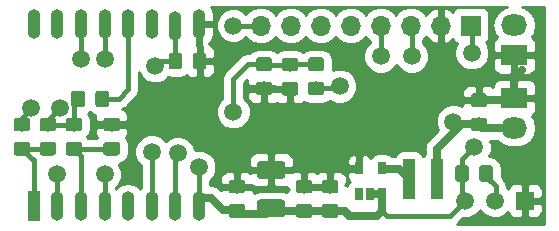
<source format=gbr>
G04 #@! TF.GenerationSoftware,KiCad,Pcbnew,5.0.2-bee76a0~70~ubuntu18.04.1*
G04 #@! TF.CreationDate,2020-04-02T09:18:11-04:00*
G04 #@! TF.ProjectId,weeSpindel,77656553-7069-46e6-9465-6c2e6b696361,rev?*
G04 #@! TF.SameCoordinates,PX56c8cc0PY6dac2c0*
G04 #@! TF.FileFunction,Copper,L2,Bot*
G04 #@! TF.FilePolarity,Positive*
%FSLAX46Y46*%
G04 Gerber Fmt 4.6, Leading zero omitted, Abs format (unit mm)*
G04 Created by KiCad (PCBNEW 5.0.2-bee76a0~70~ubuntu18.04.1) date Thu 02 Apr 2020 09:18:11 AM EDT*
%MOMM*%
%LPD*%
G01*
G04 APERTURE LIST*
G04 #@! TA.AperFunction,Conductor*
%ADD10C,0.050000*%
G04 #@! TD*
G04 #@! TA.AperFunction,SMDPad,CuDef*
%ADD11C,1.150000*%
G04 #@! TD*
G04 #@! TA.AperFunction,ComponentPad*
%ADD12O,2.200000X1.800000*%
G04 #@! TD*
G04 #@! TA.AperFunction,ComponentPad*
%ADD13R,2.200000X1.800000*%
G04 #@! TD*
G04 #@! TA.AperFunction,ComponentPad*
%ADD14R,1.700000X1.700000*%
G04 #@! TD*
G04 #@! TA.AperFunction,ComponentPad*
%ADD15O,1.700000X1.700000*%
G04 #@! TD*
G04 #@! TA.AperFunction,SMDPad,CuDef*
%ADD16R,0.980000X3.400000*%
G04 #@! TD*
G04 #@! TA.AperFunction,ComponentPad*
%ADD17R,1.100000X2.500000*%
G04 #@! TD*
G04 #@! TA.AperFunction,ComponentPad*
%ADD18O,1.100000X2.500000*%
G04 #@! TD*
G04 #@! TA.AperFunction,ComponentPad*
%ADD19C,1.500000*%
G04 #@! TD*
G04 #@! TA.AperFunction,ComponentPad*
%ADD20R,1.500000X1.500000*%
G04 #@! TD*
G04 #@! TA.AperFunction,SMDPad,CuDef*
%ADD21C,1.500000*%
G04 #@! TD*
G04 #@! TA.AperFunction,SMDPad,CuDef*
%ADD22R,0.650000X1.060000*%
G04 #@! TD*
G04 #@! TA.AperFunction,ViaPad*
%ADD23C,1.500000*%
G04 #@! TD*
G04 #@! TA.AperFunction,Conductor*
%ADD24C,0.700000*%
G04 #@! TD*
G04 #@! TA.AperFunction,Conductor*
%ADD25C,0.400000*%
G04 #@! TD*
G04 #@! TA.AperFunction,Conductor*
%ADD26C,0.254000*%
G04 #@! TD*
G04 APERTURE END LIST*
D10*
G04 #@! TO.N,DQ*
G04 #@! TO.C,R3*
G36*
X41149505Y5898796D02*
X41173773Y5895196D01*
X41197572Y5889235D01*
X41220671Y5880970D01*
X41242850Y5870480D01*
X41263893Y5857868D01*
X41283599Y5843253D01*
X41301777Y5826777D01*
X41318253Y5808599D01*
X41332868Y5788893D01*
X41345480Y5767850D01*
X41355970Y5745671D01*
X41364235Y5722572D01*
X41370196Y5698773D01*
X41373796Y5674505D01*
X41375000Y5650001D01*
X41375000Y4749999D01*
X41373796Y4725495D01*
X41370196Y4701227D01*
X41364235Y4677428D01*
X41355970Y4654329D01*
X41345480Y4632150D01*
X41332868Y4611107D01*
X41318253Y4591401D01*
X41301777Y4573223D01*
X41283599Y4556747D01*
X41263893Y4542132D01*
X41242850Y4529520D01*
X41220671Y4519030D01*
X41197572Y4510765D01*
X41173773Y4504804D01*
X41149505Y4501204D01*
X41125001Y4500000D01*
X40474999Y4500000D01*
X40450495Y4501204D01*
X40426227Y4504804D01*
X40402428Y4510765D01*
X40379329Y4519030D01*
X40357150Y4529520D01*
X40336107Y4542132D01*
X40316401Y4556747D01*
X40298223Y4573223D01*
X40281747Y4591401D01*
X40267132Y4611107D01*
X40254520Y4632150D01*
X40244030Y4654329D01*
X40235765Y4677428D01*
X40229804Y4701227D01*
X40226204Y4725495D01*
X40225000Y4749999D01*
X40225000Y5650001D01*
X40226204Y5674505D01*
X40229804Y5698773D01*
X40235765Y5722572D01*
X40244030Y5745671D01*
X40254520Y5767850D01*
X40267132Y5788893D01*
X40281747Y5808599D01*
X40298223Y5826777D01*
X40316401Y5843253D01*
X40336107Y5857868D01*
X40357150Y5870480D01*
X40379329Y5880970D01*
X40402428Y5889235D01*
X40426227Y5895196D01*
X40450495Y5898796D01*
X40474999Y5900000D01*
X41125001Y5900000D01*
X41149505Y5898796D01*
X41149505Y5898796D01*
G37*
D11*
G04 #@! TD*
G04 #@! TO.P,R3,2*
G04 #@! TO.N,DQ*
X40800000Y5200000D03*
D10*
G04 #@! TO.N,3V3*
G04 #@! TO.C,R3*
G36*
X39099505Y5898796D02*
X39123773Y5895196D01*
X39147572Y5889235D01*
X39170671Y5880970D01*
X39192850Y5870480D01*
X39213893Y5857868D01*
X39233599Y5843253D01*
X39251777Y5826777D01*
X39268253Y5808599D01*
X39282868Y5788893D01*
X39295480Y5767850D01*
X39305970Y5745671D01*
X39314235Y5722572D01*
X39320196Y5698773D01*
X39323796Y5674505D01*
X39325000Y5650001D01*
X39325000Y4749999D01*
X39323796Y4725495D01*
X39320196Y4701227D01*
X39314235Y4677428D01*
X39305970Y4654329D01*
X39295480Y4632150D01*
X39282868Y4611107D01*
X39268253Y4591401D01*
X39251777Y4573223D01*
X39233599Y4556747D01*
X39213893Y4542132D01*
X39192850Y4529520D01*
X39170671Y4519030D01*
X39147572Y4510765D01*
X39123773Y4504804D01*
X39099505Y4501204D01*
X39075001Y4500000D01*
X38424999Y4500000D01*
X38400495Y4501204D01*
X38376227Y4504804D01*
X38352428Y4510765D01*
X38329329Y4519030D01*
X38307150Y4529520D01*
X38286107Y4542132D01*
X38266401Y4556747D01*
X38248223Y4573223D01*
X38231747Y4591401D01*
X38217132Y4611107D01*
X38204520Y4632150D01*
X38194030Y4654329D01*
X38185765Y4677428D01*
X38179804Y4701227D01*
X38176204Y4725495D01*
X38175000Y4749999D01*
X38175000Y5650001D01*
X38176204Y5674505D01*
X38179804Y5698773D01*
X38185765Y5722572D01*
X38194030Y5745671D01*
X38204520Y5767850D01*
X38217132Y5788893D01*
X38231747Y5808599D01*
X38248223Y5826777D01*
X38266401Y5843253D01*
X38286107Y5857868D01*
X38307150Y5870480D01*
X38329329Y5880970D01*
X38352428Y5889235D01*
X38376227Y5895196D01*
X38400495Y5898796D01*
X38424999Y5900000D01*
X39075001Y5900000D01*
X39099505Y5898796D01*
X39099505Y5898796D01*
G37*
D11*
G04 #@! TD*
G04 #@! TO.P,R3,1*
G04 #@! TO.N,3V3*
X38750000Y5200000D03*
D10*
G04 #@! TO.N,GND*
G04 #@! TO.C,C1*
G36*
X20171505Y4653795D02*
X20195773Y4650195D01*
X20219572Y4644234D01*
X20242671Y4635969D01*
X20264850Y4625479D01*
X20285893Y4612867D01*
X20305599Y4598252D01*
X20323777Y4581776D01*
X20340253Y4563598D01*
X20354868Y4543892D01*
X20367480Y4522849D01*
X20377970Y4500670D01*
X20386235Y4477571D01*
X20392196Y4453772D01*
X20395796Y4429504D01*
X20397000Y4405000D01*
X20397000Y3754998D01*
X20395796Y3730494D01*
X20392196Y3706226D01*
X20386235Y3682427D01*
X20377970Y3659328D01*
X20367480Y3637149D01*
X20354868Y3616106D01*
X20340253Y3596400D01*
X20323777Y3578222D01*
X20305599Y3561746D01*
X20285893Y3547131D01*
X20264850Y3534519D01*
X20242671Y3524029D01*
X20219572Y3515764D01*
X20195773Y3509803D01*
X20171505Y3506203D01*
X20147001Y3504999D01*
X19246999Y3504999D01*
X19222495Y3506203D01*
X19198227Y3509803D01*
X19174428Y3515764D01*
X19151329Y3524029D01*
X19129150Y3534519D01*
X19108107Y3547131D01*
X19088401Y3561746D01*
X19070223Y3578222D01*
X19053747Y3596400D01*
X19039132Y3616106D01*
X19026520Y3637149D01*
X19016030Y3659328D01*
X19007765Y3682427D01*
X19001804Y3706226D01*
X18998204Y3730494D01*
X18997000Y3754998D01*
X18997000Y4405000D01*
X18998204Y4429504D01*
X19001804Y4453772D01*
X19007765Y4477571D01*
X19016030Y4500670D01*
X19026520Y4522849D01*
X19039132Y4543892D01*
X19053747Y4563598D01*
X19070223Y4581776D01*
X19088401Y4598252D01*
X19108107Y4612867D01*
X19129150Y4625479D01*
X19151329Y4635969D01*
X19174428Y4644234D01*
X19198227Y4650195D01*
X19222495Y4653795D01*
X19246999Y4654999D01*
X20147001Y4654999D01*
X20171505Y4653795D01*
X20171505Y4653795D01*
G37*
D11*
G04 #@! TD*
G04 #@! TO.P,C1,2*
G04 #@! TO.N,GND*
X19697000Y4079999D03*
D10*
G04 #@! TO.N,3V3*
G04 #@! TO.C,C1*
G36*
X20171505Y2603795D02*
X20195773Y2600195D01*
X20219572Y2594234D01*
X20242671Y2585969D01*
X20264850Y2575479D01*
X20285893Y2562867D01*
X20305599Y2548252D01*
X20323777Y2531776D01*
X20340253Y2513598D01*
X20354868Y2493892D01*
X20367480Y2472849D01*
X20377970Y2450670D01*
X20386235Y2427571D01*
X20392196Y2403772D01*
X20395796Y2379504D01*
X20397000Y2355000D01*
X20397000Y1704998D01*
X20395796Y1680494D01*
X20392196Y1656226D01*
X20386235Y1632427D01*
X20377970Y1609328D01*
X20367480Y1587149D01*
X20354868Y1566106D01*
X20340253Y1546400D01*
X20323777Y1528222D01*
X20305599Y1511746D01*
X20285893Y1497131D01*
X20264850Y1484519D01*
X20242671Y1474029D01*
X20219572Y1465764D01*
X20195773Y1459803D01*
X20171505Y1456203D01*
X20147001Y1454999D01*
X19246999Y1454999D01*
X19222495Y1456203D01*
X19198227Y1459803D01*
X19174428Y1465764D01*
X19151329Y1474029D01*
X19129150Y1484519D01*
X19108107Y1497131D01*
X19088401Y1511746D01*
X19070223Y1528222D01*
X19053747Y1546400D01*
X19039132Y1566106D01*
X19026520Y1587149D01*
X19016030Y1609328D01*
X19007765Y1632427D01*
X19001804Y1656226D01*
X18998204Y1680494D01*
X18997000Y1704998D01*
X18997000Y2355000D01*
X18998204Y2379504D01*
X19001804Y2403772D01*
X19007765Y2427571D01*
X19016030Y2450670D01*
X19026520Y2472849D01*
X19039132Y2493892D01*
X19053747Y2513598D01*
X19070223Y2531776D01*
X19088401Y2548252D01*
X19108107Y2562867D01*
X19129150Y2575479D01*
X19151329Y2585969D01*
X19174428Y2594234D01*
X19198227Y2600195D01*
X19222495Y2603795D01*
X19246999Y2604999D01*
X20147001Y2604999D01*
X20171505Y2603795D01*
X20171505Y2603795D01*
G37*
D11*
G04 #@! TD*
G04 #@! TO.P,C1,1*
G04 #@! TO.N,3V3*
X19697000Y2029999D03*
D10*
G04 #@! TO.N,GND*
G04 #@! TO.C,C2*
G36*
X40674505Y11973796D02*
X40698773Y11970196D01*
X40722572Y11964235D01*
X40745671Y11955970D01*
X40767850Y11945480D01*
X40788893Y11932868D01*
X40808599Y11918253D01*
X40826777Y11901777D01*
X40843253Y11883599D01*
X40857868Y11863893D01*
X40870480Y11842850D01*
X40880970Y11820671D01*
X40889235Y11797572D01*
X40895196Y11773773D01*
X40898796Y11749505D01*
X40900000Y11725001D01*
X40900000Y11074999D01*
X40898796Y11050495D01*
X40895196Y11026227D01*
X40889235Y11002428D01*
X40880970Y10979329D01*
X40870480Y10957150D01*
X40857868Y10936107D01*
X40843253Y10916401D01*
X40826777Y10898223D01*
X40808599Y10881747D01*
X40788893Y10867132D01*
X40767850Y10854520D01*
X40745671Y10844030D01*
X40722572Y10835765D01*
X40698773Y10829804D01*
X40674505Y10826204D01*
X40650001Y10825000D01*
X39749999Y10825000D01*
X39725495Y10826204D01*
X39701227Y10829804D01*
X39677428Y10835765D01*
X39654329Y10844030D01*
X39632150Y10854520D01*
X39611107Y10867132D01*
X39591401Y10881747D01*
X39573223Y10898223D01*
X39556747Y10916401D01*
X39542132Y10936107D01*
X39529520Y10957150D01*
X39519030Y10979329D01*
X39510765Y11002428D01*
X39504804Y11026227D01*
X39501204Y11050495D01*
X39500000Y11074999D01*
X39500000Y11725001D01*
X39501204Y11749505D01*
X39504804Y11773773D01*
X39510765Y11797572D01*
X39519030Y11820671D01*
X39529520Y11842850D01*
X39542132Y11863893D01*
X39556747Y11883599D01*
X39573223Y11901777D01*
X39591401Y11918253D01*
X39611107Y11932868D01*
X39632150Y11945480D01*
X39654329Y11955970D01*
X39677428Y11964235D01*
X39701227Y11970196D01*
X39725495Y11973796D01*
X39749999Y11975000D01*
X40650001Y11975000D01*
X40674505Y11973796D01*
X40674505Y11973796D01*
G37*
D11*
G04 #@! TD*
G04 #@! TO.P,C2,2*
G04 #@! TO.N,GND*
X40200000Y11400000D03*
D10*
G04 #@! TO.N,VBAT*
G04 #@! TO.C,C2*
G36*
X40674505Y9923796D02*
X40698773Y9920196D01*
X40722572Y9914235D01*
X40745671Y9905970D01*
X40767850Y9895480D01*
X40788893Y9882868D01*
X40808599Y9868253D01*
X40826777Y9851777D01*
X40843253Y9833599D01*
X40857868Y9813893D01*
X40870480Y9792850D01*
X40880970Y9770671D01*
X40889235Y9747572D01*
X40895196Y9723773D01*
X40898796Y9699505D01*
X40900000Y9675001D01*
X40900000Y9024999D01*
X40898796Y9000495D01*
X40895196Y8976227D01*
X40889235Y8952428D01*
X40880970Y8929329D01*
X40870480Y8907150D01*
X40857868Y8886107D01*
X40843253Y8866401D01*
X40826777Y8848223D01*
X40808599Y8831747D01*
X40788893Y8817132D01*
X40767850Y8804520D01*
X40745671Y8794030D01*
X40722572Y8785765D01*
X40698773Y8779804D01*
X40674505Y8776204D01*
X40650001Y8775000D01*
X39749999Y8775000D01*
X39725495Y8776204D01*
X39701227Y8779804D01*
X39677428Y8785765D01*
X39654329Y8794030D01*
X39632150Y8804520D01*
X39611107Y8817132D01*
X39591401Y8831747D01*
X39573223Y8848223D01*
X39556747Y8866401D01*
X39542132Y8886107D01*
X39529520Y8907150D01*
X39519030Y8929329D01*
X39510765Y8952428D01*
X39504804Y8976227D01*
X39501204Y9000495D01*
X39500000Y9024999D01*
X39500000Y9675001D01*
X39501204Y9699505D01*
X39504804Y9723773D01*
X39510765Y9747572D01*
X39519030Y9770671D01*
X39529520Y9792850D01*
X39542132Y9813893D01*
X39556747Y9833599D01*
X39573223Y9851777D01*
X39591401Y9868253D01*
X39611107Y9882868D01*
X39632150Y9895480D01*
X39654329Y9905970D01*
X39677428Y9914235D01*
X39701227Y9920196D01*
X39725495Y9923796D01*
X39749999Y9925000D01*
X40650001Y9925000D01*
X40674505Y9923796D01*
X40674505Y9923796D01*
G37*
D11*
G04 #@! TD*
G04 #@! TO.P,C2,1*
G04 #@! TO.N,VBAT*
X40200000Y9350000D03*
D10*
G04 #@! TO.N,3V3*
G04 #@! TO.C,C3*
G36*
X28074505Y2603795D02*
X28098773Y2600195D01*
X28122572Y2594234D01*
X28145671Y2585969D01*
X28167850Y2575479D01*
X28188893Y2562867D01*
X28208599Y2548252D01*
X28226777Y2531776D01*
X28243253Y2513598D01*
X28257868Y2493892D01*
X28270480Y2472849D01*
X28280970Y2450670D01*
X28289235Y2427571D01*
X28295196Y2403772D01*
X28298796Y2379504D01*
X28300000Y2355000D01*
X28300000Y1704998D01*
X28298796Y1680494D01*
X28295196Y1656226D01*
X28289235Y1632427D01*
X28280970Y1609328D01*
X28270480Y1587149D01*
X28257868Y1566106D01*
X28243253Y1546400D01*
X28226777Y1528222D01*
X28208599Y1511746D01*
X28188893Y1497131D01*
X28167850Y1484519D01*
X28145671Y1474029D01*
X28122572Y1465764D01*
X28098773Y1459803D01*
X28074505Y1456203D01*
X28050001Y1454999D01*
X27149999Y1454999D01*
X27125495Y1456203D01*
X27101227Y1459803D01*
X27077428Y1465764D01*
X27054329Y1474029D01*
X27032150Y1484519D01*
X27011107Y1497131D01*
X26991401Y1511746D01*
X26973223Y1528222D01*
X26956747Y1546400D01*
X26942132Y1566106D01*
X26929520Y1587149D01*
X26919030Y1609328D01*
X26910765Y1632427D01*
X26904804Y1656226D01*
X26901204Y1680494D01*
X26900000Y1704998D01*
X26900000Y2355000D01*
X26901204Y2379504D01*
X26904804Y2403772D01*
X26910765Y2427571D01*
X26919030Y2450670D01*
X26929520Y2472849D01*
X26942132Y2493892D01*
X26956747Y2513598D01*
X26973223Y2531776D01*
X26991401Y2548252D01*
X27011107Y2562867D01*
X27032150Y2575479D01*
X27054329Y2585969D01*
X27077428Y2594234D01*
X27101227Y2600195D01*
X27125495Y2603795D01*
X27149999Y2604999D01*
X28050001Y2604999D01*
X28074505Y2603795D01*
X28074505Y2603795D01*
G37*
D11*
G04 #@! TD*
G04 #@! TO.P,C3,1*
G04 #@! TO.N,3V3*
X27600000Y2029999D03*
D10*
G04 #@! TO.N,GND*
G04 #@! TO.C,C3*
G36*
X28074505Y4653795D02*
X28098773Y4650195D01*
X28122572Y4644234D01*
X28145671Y4635969D01*
X28167850Y4625479D01*
X28188893Y4612867D01*
X28208599Y4598252D01*
X28226777Y4581776D01*
X28243253Y4563598D01*
X28257868Y4543892D01*
X28270480Y4522849D01*
X28280970Y4500670D01*
X28289235Y4477571D01*
X28295196Y4453772D01*
X28298796Y4429504D01*
X28300000Y4405000D01*
X28300000Y3754998D01*
X28298796Y3730494D01*
X28295196Y3706226D01*
X28289235Y3682427D01*
X28280970Y3659328D01*
X28270480Y3637149D01*
X28257868Y3616106D01*
X28243253Y3596400D01*
X28226777Y3578222D01*
X28208599Y3561746D01*
X28188893Y3547131D01*
X28167850Y3534519D01*
X28145671Y3524029D01*
X28122572Y3515764D01*
X28098773Y3509803D01*
X28074505Y3506203D01*
X28050001Y3504999D01*
X27149999Y3504999D01*
X27125495Y3506203D01*
X27101227Y3509803D01*
X27077428Y3515764D01*
X27054329Y3524029D01*
X27032150Y3534519D01*
X27011107Y3547131D01*
X26991401Y3561746D01*
X26973223Y3578222D01*
X26956747Y3596400D01*
X26942132Y3616106D01*
X26929520Y3637149D01*
X26919030Y3659328D01*
X26910765Y3682427D01*
X26904804Y3706226D01*
X26901204Y3730494D01*
X26900000Y3754998D01*
X26900000Y4405000D01*
X26901204Y4429504D01*
X26904804Y4453772D01*
X26910765Y4477571D01*
X26919030Y4500670D01*
X26929520Y4522849D01*
X26942132Y4543892D01*
X26956747Y4563598D01*
X26973223Y4581776D01*
X26991401Y4598252D01*
X27011107Y4612867D01*
X27032150Y4625479D01*
X27054329Y4635969D01*
X27077428Y4644234D01*
X27101227Y4650195D01*
X27125495Y4653795D01*
X27149999Y4654999D01*
X28050001Y4654999D01*
X28074505Y4653795D01*
X28074505Y4653795D01*
G37*
D11*
G04 #@! TD*
G04 #@! TO.P,C3,2*
G04 #@! TO.N,GND*
X27600000Y4079999D03*
D10*
G04 #@! TO.N,3V3*
G04 #@! TO.C,C4*
G36*
X25874505Y2603795D02*
X25898773Y2600195D01*
X25922572Y2594234D01*
X25945671Y2585969D01*
X25967850Y2575479D01*
X25988893Y2562867D01*
X26008599Y2548252D01*
X26026777Y2531776D01*
X26043253Y2513598D01*
X26057868Y2493892D01*
X26070480Y2472849D01*
X26080970Y2450670D01*
X26089235Y2427571D01*
X26095196Y2403772D01*
X26098796Y2379504D01*
X26100000Y2355000D01*
X26100000Y1704998D01*
X26098796Y1680494D01*
X26095196Y1656226D01*
X26089235Y1632427D01*
X26080970Y1609328D01*
X26070480Y1587149D01*
X26057868Y1566106D01*
X26043253Y1546400D01*
X26026777Y1528222D01*
X26008599Y1511746D01*
X25988893Y1497131D01*
X25967850Y1484519D01*
X25945671Y1474029D01*
X25922572Y1465764D01*
X25898773Y1459803D01*
X25874505Y1456203D01*
X25850001Y1454999D01*
X24949999Y1454999D01*
X24925495Y1456203D01*
X24901227Y1459803D01*
X24877428Y1465764D01*
X24854329Y1474029D01*
X24832150Y1484519D01*
X24811107Y1497131D01*
X24791401Y1511746D01*
X24773223Y1528222D01*
X24756747Y1546400D01*
X24742132Y1566106D01*
X24729520Y1587149D01*
X24719030Y1609328D01*
X24710765Y1632427D01*
X24704804Y1656226D01*
X24701204Y1680494D01*
X24700000Y1704998D01*
X24700000Y2355000D01*
X24701204Y2379504D01*
X24704804Y2403772D01*
X24710765Y2427571D01*
X24719030Y2450670D01*
X24729520Y2472849D01*
X24742132Y2493892D01*
X24756747Y2513598D01*
X24773223Y2531776D01*
X24791401Y2548252D01*
X24811107Y2562867D01*
X24832150Y2575479D01*
X24854329Y2585969D01*
X24877428Y2594234D01*
X24901227Y2600195D01*
X24925495Y2603795D01*
X24949999Y2604999D01*
X25850001Y2604999D01*
X25874505Y2603795D01*
X25874505Y2603795D01*
G37*
D11*
G04 #@! TD*
G04 #@! TO.P,C4,1*
G04 #@! TO.N,3V3*
X25400000Y2029999D03*
D10*
G04 #@! TO.N,GND*
G04 #@! TO.C,C4*
G36*
X25874505Y4653795D02*
X25898773Y4650195D01*
X25922572Y4644234D01*
X25945671Y4635969D01*
X25967850Y4625479D01*
X25988893Y4612867D01*
X26008599Y4598252D01*
X26026777Y4581776D01*
X26043253Y4563598D01*
X26057868Y4543892D01*
X26070480Y4522849D01*
X26080970Y4500670D01*
X26089235Y4477571D01*
X26095196Y4453772D01*
X26098796Y4429504D01*
X26100000Y4405000D01*
X26100000Y3754998D01*
X26098796Y3730494D01*
X26095196Y3706226D01*
X26089235Y3682427D01*
X26080970Y3659328D01*
X26070480Y3637149D01*
X26057868Y3616106D01*
X26043253Y3596400D01*
X26026777Y3578222D01*
X26008599Y3561746D01*
X25988893Y3547131D01*
X25967850Y3534519D01*
X25945671Y3524029D01*
X25922572Y3515764D01*
X25898773Y3509803D01*
X25874505Y3506203D01*
X25850001Y3504999D01*
X24949999Y3504999D01*
X24925495Y3506203D01*
X24901227Y3509803D01*
X24877428Y3515764D01*
X24854329Y3524029D01*
X24832150Y3534519D01*
X24811107Y3547131D01*
X24791401Y3561746D01*
X24773223Y3578222D01*
X24756747Y3596400D01*
X24742132Y3616106D01*
X24729520Y3637149D01*
X24719030Y3659328D01*
X24710765Y3682427D01*
X24704804Y3706226D01*
X24701204Y3730494D01*
X24700000Y3754998D01*
X24700000Y4405000D01*
X24701204Y4429504D01*
X24704804Y4453772D01*
X24710765Y4477571D01*
X24719030Y4500670D01*
X24729520Y4522849D01*
X24742132Y4543892D01*
X24756747Y4563598D01*
X24773223Y4581776D01*
X24791401Y4598252D01*
X24811107Y4612867D01*
X24832150Y4625479D01*
X24854329Y4635969D01*
X24877428Y4644234D01*
X24901227Y4650195D01*
X24925495Y4653795D01*
X24949999Y4654999D01*
X25850001Y4654999D01*
X25874505Y4653795D01*
X25874505Y4653795D01*
G37*
D11*
G04 #@! TD*
G04 #@! TO.P,C4,2*
G04 #@! TO.N,GND*
X25400000Y4079999D03*
D10*
G04 #@! TO.N,GND*
G04 #@! TO.C,C6*
G36*
X22471505Y12969796D02*
X22495773Y12966196D01*
X22519572Y12960235D01*
X22542671Y12951970D01*
X22564850Y12941480D01*
X22585893Y12928868D01*
X22605599Y12914253D01*
X22623777Y12897777D01*
X22640253Y12879599D01*
X22654868Y12859893D01*
X22667480Y12838850D01*
X22677970Y12816671D01*
X22686235Y12793572D01*
X22692196Y12769773D01*
X22695796Y12745505D01*
X22697000Y12721001D01*
X22697000Y12070999D01*
X22695796Y12046495D01*
X22692196Y12022227D01*
X22686235Y11998428D01*
X22677970Y11975329D01*
X22667480Y11953150D01*
X22654868Y11932107D01*
X22640253Y11912401D01*
X22623777Y11894223D01*
X22605599Y11877747D01*
X22585893Y11863132D01*
X22564850Y11850520D01*
X22542671Y11840030D01*
X22519572Y11831765D01*
X22495773Y11825804D01*
X22471505Y11822204D01*
X22447001Y11821000D01*
X21546999Y11821000D01*
X21522495Y11822204D01*
X21498227Y11825804D01*
X21474428Y11831765D01*
X21451329Y11840030D01*
X21429150Y11850520D01*
X21408107Y11863132D01*
X21388401Y11877747D01*
X21370223Y11894223D01*
X21353747Y11912401D01*
X21339132Y11932107D01*
X21326520Y11953150D01*
X21316030Y11975329D01*
X21307765Y11998428D01*
X21301804Y12022227D01*
X21298204Y12046495D01*
X21297000Y12070999D01*
X21297000Y12721001D01*
X21298204Y12745505D01*
X21301804Y12769773D01*
X21307765Y12793572D01*
X21316030Y12816671D01*
X21326520Y12838850D01*
X21339132Y12859893D01*
X21353747Y12879599D01*
X21370223Y12897777D01*
X21388401Y12914253D01*
X21408107Y12928868D01*
X21429150Y12941480D01*
X21451329Y12951970D01*
X21474428Y12960235D01*
X21498227Y12966196D01*
X21522495Y12969796D01*
X21546999Y12971000D01*
X22447001Y12971000D01*
X22471505Y12969796D01*
X22471505Y12969796D01*
G37*
D11*
G04 #@! TD*
G04 #@! TO.P,C6,2*
G04 #@! TO.N,GND*
X21997000Y12396000D03*
D10*
G04 #@! TO.N,ADC*
G04 #@! TO.C,C6*
G36*
X22471505Y15019796D02*
X22495773Y15016196D01*
X22519572Y15010235D01*
X22542671Y15001970D01*
X22564850Y14991480D01*
X22585893Y14978868D01*
X22605599Y14964253D01*
X22623777Y14947777D01*
X22640253Y14929599D01*
X22654868Y14909893D01*
X22667480Y14888850D01*
X22677970Y14866671D01*
X22686235Y14843572D01*
X22692196Y14819773D01*
X22695796Y14795505D01*
X22697000Y14771001D01*
X22697000Y14120999D01*
X22695796Y14096495D01*
X22692196Y14072227D01*
X22686235Y14048428D01*
X22677970Y14025329D01*
X22667480Y14003150D01*
X22654868Y13982107D01*
X22640253Y13962401D01*
X22623777Y13944223D01*
X22605599Y13927747D01*
X22585893Y13913132D01*
X22564850Y13900520D01*
X22542671Y13890030D01*
X22519572Y13881765D01*
X22495773Y13875804D01*
X22471505Y13872204D01*
X22447001Y13871000D01*
X21546999Y13871000D01*
X21522495Y13872204D01*
X21498227Y13875804D01*
X21474428Y13881765D01*
X21451329Y13890030D01*
X21429150Y13900520D01*
X21408107Y13913132D01*
X21388401Y13927747D01*
X21370223Y13944223D01*
X21353747Y13962401D01*
X21339132Y13982107D01*
X21326520Y14003150D01*
X21316030Y14025329D01*
X21307765Y14048428D01*
X21301804Y14072227D01*
X21298204Y14096495D01*
X21297000Y14120999D01*
X21297000Y14771001D01*
X21298204Y14795505D01*
X21301804Y14819773D01*
X21307765Y14843572D01*
X21316030Y14866671D01*
X21326520Y14888850D01*
X21339132Y14909893D01*
X21353747Y14929599D01*
X21370223Y14947777D01*
X21388401Y14964253D01*
X21408107Y14978868D01*
X21429150Y14991480D01*
X21451329Y15001970D01*
X21474428Y15010235D01*
X21498227Y15016196D01*
X21522495Y15019796D01*
X21546999Y15021000D01*
X22447001Y15021000D01*
X22471505Y15019796D01*
X22471505Y15019796D01*
G37*
D11*
G04 #@! TD*
G04 #@! TO.P,C6,1*
G04 #@! TO.N,ADC*
X21997000Y14446000D03*
D10*
G04 #@! TO.N,EN*
G04 #@! TO.C,C7*
G36*
X9571505Y7869796D02*
X9595773Y7866196D01*
X9619572Y7860235D01*
X9642671Y7851970D01*
X9664850Y7841480D01*
X9685893Y7828868D01*
X9705599Y7814253D01*
X9723777Y7797777D01*
X9740253Y7779599D01*
X9754868Y7759893D01*
X9767480Y7738850D01*
X9777970Y7716671D01*
X9786235Y7693572D01*
X9792196Y7669773D01*
X9795796Y7645505D01*
X9797000Y7621001D01*
X9797000Y6970999D01*
X9795796Y6946495D01*
X9792196Y6922227D01*
X9786235Y6898428D01*
X9777970Y6875329D01*
X9767480Y6853150D01*
X9754868Y6832107D01*
X9740253Y6812401D01*
X9723777Y6794223D01*
X9705599Y6777747D01*
X9685893Y6763132D01*
X9664850Y6750520D01*
X9642671Y6740030D01*
X9619572Y6731765D01*
X9595773Y6725804D01*
X9571505Y6722204D01*
X9547001Y6721000D01*
X8646999Y6721000D01*
X8622495Y6722204D01*
X8598227Y6725804D01*
X8574428Y6731765D01*
X8551329Y6740030D01*
X8529150Y6750520D01*
X8508107Y6763132D01*
X8488401Y6777747D01*
X8470223Y6794223D01*
X8453747Y6812401D01*
X8439132Y6832107D01*
X8426520Y6853150D01*
X8416030Y6875329D01*
X8407765Y6898428D01*
X8401804Y6922227D01*
X8398204Y6946495D01*
X8397000Y6970999D01*
X8397000Y7621001D01*
X8398204Y7645505D01*
X8401804Y7669773D01*
X8407765Y7693572D01*
X8416030Y7716671D01*
X8426520Y7738850D01*
X8439132Y7759893D01*
X8453747Y7779599D01*
X8470223Y7797777D01*
X8488401Y7814253D01*
X8508107Y7828868D01*
X8529150Y7841480D01*
X8551329Y7851970D01*
X8574428Y7860235D01*
X8598227Y7866196D01*
X8622495Y7869796D01*
X8646999Y7871000D01*
X9547001Y7871000D01*
X9571505Y7869796D01*
X9571505Y7869796D01*
G37*
D11*
G04 #@! TD*
G04 #@! TO.P,C7,1*
G04 #@! TO.N,EN*
X9097000Y7296000D03*
D10*
G04 #@! TO.N,GND*
G04 #@! TO.C,C7*
G36*
X9571505Y9919796D02*
X9595773Y9916196D01*
X9619572Y9910235D01*
X9642671Y9901970D01*
X9664850Y9891480D01*
X9685893Y9878868D01*
X9705599Y9864253D01*
X9723777Y9847777D01*
X9740253Y9829599D01*
X9754868Y9809893D01*
X9767480Y9788850D01*
X9777970Y9766671D01*
X9786235Y9743572D01*
X9792196Y9719773D01*
X9795796Y9695505D01*
X9797000Y9671001D01*
X9797000Y9020999D01*
X9795796Y8996495D01*
X9792196Y8972227D01*
X9786235Y8948428D01*
X9777970Y8925329D01*
X9767480Y8903150D01*
X9754868Y8882107D01*
X9740253Y8862401D01*
X9723777Y8844223D01*
X9705599Y8827747D01*
X9685893Y8813132D01*
X9664850Y8800520D01*
X9642671Y8790030D01*
X9619572Y8781765D01*
X9595773Y8775804D01*
X9571505Y8772204D01*
X9547001Y8771000D01*
X8646999Y8771000D01*
X8622495Y8772204D01*
X8598227Y8775804D01*
X8574428Y8781765D01*
X8551329Y8790030D01*
X8529150Y8800520D01*
X8508107Y8813132D01*
X8488401Y8827747D01*
X8470223Y8844223D01*
X8453747Y8862401D01*
X8439132Y8882107D01*
X8426520Y8903150D01*
X8416030Y8925329D01*
X8407765Y8948428D01*
X8401804Y8972227D01*
X8398204Y8996495D01*
X8397000Y9020999D01*
X8397000Y9671001D01*
X8398204Y9695505D01*
X8401804Y9719773D01*
X8407765Y9743572D01*
X8416030Y9766671D01*
X8426520Y9788850D01*
X8439132Y9809893D01*
X8453747Y9829599D01*
X8470223Y9847777D01*
X8488401Y9864253D01*
X8508107Y9878868D01*
X8529150Y9891480D01*
X8551329Y9901970D01*
X8574428Y9910235D01*
X8598227Y9916196D01*
X8622495Y9919796D01*
X8646999Y9921000D01*
X9547001Y9921000D01*
X9571505Y9919796D01*
X9571505Y9919796D01*
G37*
D11*
G04 #@! TD*
G04 #@! TO.P,C7,2*
G04 #@! TO.N,GND*
X9097000Y9346000D03*
D12*
G04 #@! TO.P,J1,2*
G04 #@! TO.N,VBAT*
X43200000Y9060000D03*
D13*
G04 #@! TO.P,J1,1*
G04 #@! TO.N,GND*
X43200000Y11600000D03*
G04 #@! TD*
D14*
G04 #@! TO.P,J2,1*
G04 #@! TO.N,3V3*
X39497000Y17721000D03*
D15*
G04 #@! TO.P,J2,2*
G04 #@! TO.N,GND*
X36957000Y17721000D03*
G04 #@! TO.P,J2,3*
G04 #@! TO.N,SCL*
X34417000Y17721000D03*
G04 #@! TO.P,J2,4*
G04 #@! TO.N,SDA*
X31877000Y17721000D03*
G04 #@! TO.P,J2,5*
G04 #@! TO.N,N/C*
X29337000Y17721000D03*
G04 #@! TO.P,J2,6*
X26797000Y17721000D03*
G04 #@! TO.P,J2,7*
X24257000Y17721000D03*
G04 #@! TO.P,J2,8*
G04 #@! TO.N,GPIO15*
X21717000Y17721000D03*
G04 #@! TD*
D16*
G04 #@! TO.P,L1,1*
G04 #@! TO.N,VBAT*
X36667000Y4721000D03*
G04 #@! TO.P,L1,2*
G04 #@! TO.N,Net-(L1-Pad2)*
X34297000Y4721000D03*
G04 #@! TD*
D10*
G04 #@! TO.N,VBAT*
G04 #@! TO.C,R1*
G36*
X26871505Y12969796D02*
X26895773Y12966196D01*
X26919572Y12960235D01*
X26942671Y12951970D01*
X26964850Y12941480D01*
X26985893Y12928868D01*
X27005599Y12914253D01*
X27023777Y12897777D01*
X27040253Y12879599D01*
X27054868Y12859893D01*
X27067480Y12838850D01*
X27077970Y12816671D01*
X27086235Y12793572D01*
X27092196Y12769773D01*
X27095796Y12745505D01*
X27097000Y12721001D01*
X27097000Y12070999D01*
X27095796Y12046495D01*
X27092196Y12022227D01*
X27086235Y11998428D01*
X27077970Y11975329D01*
X27067480Y11953150D01*
X27054868Y11932107D01*
X27040253Y11912401D01*
X27023777Y11894223D01*
X27005599Y11877747D01*
X26985893Y11863132D01*
X26964850Y11850520D01*
X26942671Y11840030D01*
X26919572Y11831765D01*
X26895773Y11825804D01*
X26871505Y11822204D01*
X26847001Y11821000D01*
X25946999Y11821000D01*
X25922495Y11822204D01*
X25898227Y11825804D01*
X25874428Y11831765D01*
X25851329Y11840030D01*
X25829150Y11850520D01*
X25808107Y11863132D01*
X25788401Y11877747D01*
X25770223Y11894223D01*
X25753747Y11912401D01*
X25739132Y11932107D01*
X25726520Y11953150D01*
X25716030Y11975329D01*
X25707765Y11998428D01*
X25701804Y12022227D01*
X25698204Y12046495D01*
X25697000Y12070999D01*
X25697000Y12721001D01*
X25698204Y12745505D01*
X25701804Y12769773D01*
X25707765Y12793572D01*
X25716030Y12816671D01*
X25726520Y12838850D01*
X25739132Y12859893D01*
X25753747Y12879599D01*
X25770223Y12897777D01*
X25788401Y12914253D01*
X25808107Y12928868D01*
X25829150Y12941480D01*
X25851329Y12951970D01*
X25874428Y12960235D01*
X25898227Y12966196D01*
X25922495Y12969796D01*
X25946999Y12971000D01*
X26847001Y12971000D01*
X26871505Y12969796D01*
X26871505Y12969796D01*
G37*
D11*
G04 #@! TD*
G04 #@! TO.P,R1,2*
G04 #@! TO.N,VBAT*
X26397000Y12396000D03*
D10*
G04 #@! TO.N,ADC*
G04 #@! TO.C,R1*
G36*
X26871505Y15019796D02*
X26895773Y15016196D01*
X26919572Y15010235D01*
X26942671Y15001970D01*
X26964850Y14991480D01*
X26985893Y14978868D01*
X27005599Y14964253D01*
X27023777Y14947777D01*
X27040253Y14929599D01*
X27054868Y14909893D01*
X27067480Y14888850D01*
X27077970Y14866671D01*
X27086235Y14843572D01*
X27092196Y14819773D01*
X27095796Y14795505D01*
X27097000Y14771001D01*
X27097000Y14120999D01*
X27095796Y14096495D01*
X27092196Y14072227D01*
X27086235Y14048428D01*
X27077970Y14025329D01*
X27067480Y14003150D01*
X27054868Y13982107D01*
X27040253Y13962401D01*
X27023777Y13944223D01*
X27005599Y13927747D01*
X26985893Y13913132D01*
X26964850Y13900520D01*
X26942671Y13890030D01*
X26919572Y13881765D01*
X26895773Y13875804D01*
X26871505Y13872204D01*
X26847001Y13871000D01*
X25946999Y13871000D01*
X25922495Y13872204D01*
X25898227Y13875804D01*
X25874428Y13881765D01*
X25851329Y13890030D01*
X25829150Y13900520D01*
X25808107Y13913132D01*
X25788401Y13927747D01*
X25770223Y13944223D01*
X25753747Y13962401D01*
X25739132Y13982107D01*
X25726520Y14003150D01*
X25716030Y14025329D01*
X25707765Y14048428D01*
X25701804Y14072227D01*
X25698204Y14096495D01*
X25697000Y14120999D01*
X25697000Y14771001D01*
X25698204Y14795505D01*
X25701804Y14819773D01*
X25707765Y14843572D01*
X25716030Y14866671D01*
X25726520Y14888850D01*
X25739132Y14909893D01*
X25753747Y14929599D01*
X25770223Y14947777D01*
X25788401Y14964253D01*
X25808107Y14978868D01*
X25829150Y14991480D01*
X25851329Y15001970D01*
X25874428Y15010235D01*
X25898227Y15016196D01*
X25922495Y15019796D01*
X25946999Y15021000D01*
X26847001Y15021000D01*
X26871505Y15019796D01*
X26871505Y15019796D01*
G37*
D11*
G04 #@! TD*
G04 #@! TO.P,R1,1*
G04 #@! TO.N,ADC*
X26397000Y14446000D03*
D10*
G04 #@! TO.N,GND*
G04 #@! TO.C,R2*
G36*
X24671505Y12944796D02*
X24695773Y12941196D01*
X24719572Y12935235D01*
X24742671Y12926970D01*
X24764850Y12916480D01*
X24785893Y12903868D01*
X24805599Y12889253D01*
X24823777Y12872777D01*
X24840253Y12854599D01*
X24854868Y12834893D01*
X24867480Y12813850D01*
X24877970Y12791671D01*
X24886235Y12768572D01*
X24892196Y12744773D01*
X24895796Y12720505D01*
X24897000Y12696001D01*
X24897000Y12045999D01*
X24895796Y12021495D01*
X24892196Y11997227D01*
X24886235Y11973428D01*
X24877970Y11950329D01*
X24867480Y11928150D01*
X24854868Y11907107D01*
X24840253Y11887401D01*
X24823777Y11869223D01*
X24805599Y11852747D01*
X24785893Y11838132D01*
X24764850Y11825520D01*
X24742671Y11815030D01*
X24719572Y11806765D01*
X24695773Y11800804D01*
X24671505Y11797204D01*
X24647001Y11796000D01*
X23746999Y11796000D01*
X23722495Y11797204D01*
X23698227Y11800804D01*
X23674428Y11806765D01*
X23651329Y11815030D01*
X23629150Y11825520D01*
X23608107Y11838132D01*
X23588401Y11852747D01*
X23570223Y11869223D01*
X23553747Y11887401D01*
X23539132Y11907107D01*
X23526520Y11928150D01*
X23516030Y11950329D01*
X23507765Y11973428D01*
X23501804Y11997227D01*
X23498204Y12021495D01*
X23497000Y12045999D01*
X23497000Y12696001D01*
X23498204Y12720505D01*
X23501804Y12744773D01*
X23507765Y12768572D01*
X23516030Y12791671D01*
X23526520Y12813850D01*
X23539132Y12834893D01*
X23553747Y12854599D01*
X23570223Y12872777D01*
X23588401Y12889253D01*
X23608107Y12903868D01*
X23629150Y12916480D01*
X23651329Y12926970D01*
X23674428Y12935235D01*
X23698227Y12941196D01*
X23722495Y12944796D01*
X23746999Y12946000D01*
X24647001Y12946000D01*
X24671505Y12944796D01*
X24671505Y12944796D01*
G37*
D11*
G04 #@! TD*
G04 #@! TO.P,R2,1*
G04 #@! TO.N,GND*
X24197000Y12371000D03*
D10*
G04 #@! TO.N,ADC*
G04 #@! TO.C,R2*
G36*
X24671505Y14994796D02*
X24695773Y14991196D01*
X24719572Y14985235D01*
X24742671Y14976970D01*
X24764850Y14966480D01*
X24785893Y14953868D01*
X24805599Y14939253D01*
X24823777Y14922777D01*
X24840253Y14904599D01*
X24854868Y14884893D01*
X24867480Y14863850D01*
X24877970Y14841671D01*
X24886235Y14818572D01*
X24892196Y14794773D01*
X24895796Y14770505D01*
X24897000Y14746001D01*
X24897000Y14095999D01*
X24895796Y14071495D01*
X24892196Y14047227D01*
X24886235Y14023428D01*
X24877970Y14000329D01*
X24867480Y13978150D01*
X24854868Y13957107D01*
X24840253Y13937401D01*
X24823777Y13919223D01*
X24805599Y13902747D01*
X24785893Y13888132D01*
X24764850Y13875520D01*
X24742671Y13865030D01*
X24719572Y13856765D01*
X24695773Y13850804D01*
X24671505Y13847204D01*
X24647001Y13846000D01*
X23746999Y13846000D01*
X23722495Y13847204D01*
X23698227Y13850804D01*
X23674428Y13856765D01*
X23651329Y13865030D01*
X23629150Y13875520D01*
X23608107Y13888132D01*
X23588401Y13902747D01*
X23570223Y13919223D01*
X23553747Y13937401D01*
X23539132Y13957107D01*
X23526520Y13978150D01*
X23516030Y14000329D01*
X23507765Y14023428D01*
X23501804Y14047227D01*
X23498204Y14071495D01*
X23497000Y14095999D01*
X23497000Y14746001D01*
X23498204Y14770505D01*
X23501804Y14794773D01*
X23507765Y14818572D01*
X23516030Y14841671D01*
X23526520Y14863850D01*
X23539132Y14884893D01*
X23553747Y14904599D01*
X23570223Y14922777D01*
X23588401Y14939253D01*
X23608107Y14953868D01*
X23629150Y14966480D01*
X23651329Y14976970D01*
X23674428Y14985235D01*
X23698227Y14991196D01*
X23722495Y14994796D01*
X23746999Y14996000D01*
X24647001Y14996000D01*
X24671505Y14994796D01*
X24671505Y14994796D01*
G37*
D11*
G04 #@! TD*
G04 #@! TO.P,R2,2*
G04 #@! TO.N,ADC*
X24197000Y14421000D03*
D10*
G04 #@! TO.N,GPIO16*
G04 #@! TO.C,R4*
G36*
X1971505Y9919796D02*
X1995773Y9916196D01*
X2019572Y9910235D01*
X2042671Y9901970D01*
X2064850Y9891480D01*
X2085893Y9878868D01*
X2105599Y9864253D01*
X2123777Y9847777D01*
X2140253Y9829599D01*
X2154868Y9809893D01*
X2167480Y9788850D01*
X2177970Y9766671D01*
X2186235Y9743572D01*
X2192196Y9719773D01*
X2195796Y9695505D01*
X2197000Y9671001D01*
X2197000Y9020999D01*
X2195796Y8996495D01*
X2192196Y8972227D01*
X2186235Y8948428D01*
X2177970Y8925329D01*
X2167480Y8903150D01*
X2154868Y8882107D01*
X2140253Y8862401D01*
X2123777Y8844223D01*
X2105599Y8827747D01*
X2085893Y8813132D01*
X2064850Y8800520D01*
X2042671Y8790030D01*
X2019572Y8781765D01*
X1995773Y8775804D01*
X1971505Y8772204D01*
X1947001Y8771000D01*
X1046999Y8771000D01*
X1022495Y8772204D01*
X998227Y8775804D01*
X974428Y8781765D01*
X951329Y8790030D01*
X929150Y8800520D01*
X908107Y8813132D01*
X888401Y8827747D01*
X870223Y8844223D01*
X853747Y8862401D01*
X839132Y8882107D01*
X826520Y8903150D01*
X816030Y8925329D01*
X807765Y8948428D01*
X801804Y8972227D01*
X798204Y8996495D01*
X797000Y9020999D01*
X797000Y9671001D01*
X798204Y9695505D01*
X801804Y9719773D01*
X807765Y9743572D01*
X816030Y9766671D01*
X826520Y9788850D01*
X839132Y9809893D01*
X853747Y9829599D01*
X870223Y9847777D01*
X888401Y9864253D01*
X908107Y9878868D01*
X929150Y9891480D01*
X951329Y9901970D01*
X974428Y9910235D01*
X998227Y9916196D01*
X1022495Y9919796D01*
X1046999Y9921000D01*
X1947001Y9921000D01*
X1971505Y9919796D01*
X1971505Y9919796D01*
G37*
D11*
G04 #@! TD*
G04 #@! TO.P,R4,1*
G04 #@! TO.N,GPIO16*
X1497000Y9346000D03*
D10*
G04 #@! TO.N,RST*
G04 #@! TO.C,R4*
G36*
X1971505Y7869796D02*
X1995773Y7866196D01*
X2019572Y7860235D01*
X2042671Y7851970D01*
X2064850Y7841480D01*
X2085893Y7828868D01*
X2105599Y7814253D01*
X2123777Y7797777D01*
X2140253Y7779599D01*
X2154868Y7759893D01*
X2167480Y7738850D01*
X2177970Y7716671D01*
X2186235Y7693572D01*
X2192196Y7669773D01*
X2195796Y7645505D01*
X2197000Y7621001D01*
X2197000Y6970999D01*
X2195796Y6946495D01*
X2192196Y6922227D01*
X2186235Y6898428D01*
X2177970Y6875329D01*
X2167480Y6853150D01*
X2154868Y6832107D01*
X2140253Y6812401D01*
X2123777Y6794223D01*
X2105599Y6777747D01*
X2085893Y6763132D01*
X2064850Y6750520D01*
X2042671Y6740030D01*
X2019572Y6731765D01*
X1995773Y6725804D01*
X1971505Y6722204D01*
X1947001Y6721000D01*
X1046999Y6721000D01*
X1022495Y6722204D01*
X998227Y6725804D01*
X974428Y6731765D01*
X951329Y6740030D01*
X929150Y6750520D01*
X908107Y6763132D01*
X888401Y6777747D01*
X870223Y6794223D01*
X853747Y6812401D01*
X839132Y6832107D01*
X826520Y6853150D01*
X816030Y6875329D01*
X807765Y6898428D01*
X801804Y6922227D01*
X798204Y6946495D01*
X797000Y6970999D01*
X797000Y7621001D01*
X798204Y7645505D01*
X801804Y7669773D01*
X807765Y7693572D01*
X816030Y7716671D01*
X826520Y7738850D01*
X839132Y7759893D01*
X853747Y7779599D01*
X870223Y7797777D01*
X888401Y7814253D01*
X908107Y7828868D01*
X929150Y7841480D01*
X951329Y7851970D01*
X974428Y7860235D01*
X998227Y7866196D01*
X1022495Y7869796D01*
X1046999Y7871000D01*
X1947001Y7871000D01*
X1971505Y7869796D01*
X1971505Y7869796D01*
G37*
D11*
G04 #@! TD*
G04 #@! TO.P,R4,2*
G04 #@! TO.N,RST*
X1497000Y7296000D03*
D10*
G04 #@! TO.N,RST*
G04 #@! TO.C,R5*
G36*
X4171505Y7869796D02*
X4195773Y7866196D01*
X4219572Y7860235D01*
X4242671Y7851970D01*
X4264850Y7841480D01*
X4285893Y7828868D01*
X4305599Y7814253D01*
X4323777Y7797777D01*
X4340253Y7779599D01*
X4354868Y7759893D01*
X4367480Y7738850D01*
X4377970Y7716671D01*
X4386235Y7693572D01*
X4392196Y7669773D01*
X4395796Y7645505D01*
X4397000Y7621001D01*
X4397000Y6970999D01*
X4395796Y6946495D01*
X4392196Y6922227D01*
X4386235Y6898428D01*
X4377970Y6875329D01*
X4367480Y6853150D01*
X4354868Y6832107D01*
X4340253Y6812401D01*
X4323777Y6794223D01*
X4305599Y6777747D01*
X4285893Y6763132D01*
X4264850Y6750520D01*
X4242671Y6740030D01*
X4219572Y6731765D01*
X4195773Y6725804D01*
X4171505Y6722204D01*
X4147001Y6721000D01*
X3246999Y6721000D01*
X3222495Y6722204D01*
X3198227Y6725804D01*
X3174428Y6731765D01*
X3151329Y6740030D01*
X3129150Y6750520D01*
X3108107Y6763132D01*
X3088401Y6777747D01*
X3070223Y6794223D01*
X3053747Y6812401D01*
X3039132Y6832107D01*
X3026520Y6853150D01*
X3016030Y6875329D01*
X3007765Y6898428D01*
X3001804Y6922227D01*
X2998204Y6946495D01*
X2997000Y6970999D01*
X2997000Y7621001D01*
X2998204Y7645505D01*
X3001804Y7669773D01*
X3007765Y7693572D01*
X3016030Y7716671D01*
X3026520Y7738850D01*
X3039132Y7759893D01*
X3053747Y7779599D01*
X3070223Y7797777D01*
X3088401Y7814253D01*
X3108107Y7828868D01*
X3129150Y7841480D01*
X3151329Y7851970D01*
X3174428Y7860235D01*
X3198227Y7866196D01*
X3222495Y7869796D01*
X3246999Y7871000D01*
X4147001Y7871000D01*
X4171505Y7869796D01*
X4171505Y7869796D01*
G37*
D11*
G04 #@! TD*
G04 #@! TO.P,R5,2*
G04 #@! TO.N,RST*
X3697000Y7296000D03*
D10*
G04 #@! TO.N,3V3*
G04 #@! TO.C,R5*
G36*
X4171505Y9919796D02*
X4195773Y9916196D01*
X4219572Y9910235D01*
X4242671Y9901970D01*
X4264850Y9891480D01*
X4285893Y9878868D01*
X4305599Y9864253D01*
X4323777Y9847777D01*
X4340253Y9829599D01*
X4354868Y9809893D01*
X4367480Y9788850D01*
X4377970Y9766671D01*
X4386235Y9743572D01*
X4392196Y9719773D01*
X4395796Y9695505D01*
X4397000Y9671001D01*
X4397000Y9020999D01*
X4395796Y8996495D01*
X4392196Y8972227D01*
X4386235Y8948428D01*
X4377970Y8925329D01*
X4367480Y8903150D01*
X4354868Y8882107D01*
X4340253Y8862401D01*
X4323777Y8844223D01*
X4305599Y8827747D01*
X4285893Y8813132D01*
X4264850Y8800520D01*
X4242671Y8790030D01*
X4219572Y8781765D01*
X4195773Y8775804D01*
X4171505Y8772204D01*
X4147001Y8771000D01*
X3246999Y8771000D01*
X3222495Y8772204D01*
X3198227Y8775804D01*
X3174428Y8781765D01*
X3151329Y8790030D01*
X3129150Y8800520D01*
X3108107Y8813132D01*
X3088401Y8827747D01*
X3070223Y8844223D01*
X3053747Y8862401D01*
X3039132Y8882107D01*
X3026520Y8903150D01*
X3016030Y8925329D01*
X3007765Y8948428D01*
X3001804Y8972227D01*
X2998204Y8996495D01*
X2997000Y9020999D01*
X2997000Y9671001D01*
X2998204Y9695505D01*
X3001804Y9719773D01*
X3007765Y9743572D01*
X3016030Y9766671D01*
X3026520Y9788850D01*
X3039132Y9809893D01*
X3053747Y9829599D01*
X3070223Y9847777D01*
X3088401Y9864253D01*
X3108107Y9878868D01*
X3129150Y9891480D01*
X3151329Y9901970D01*
X3174428Y9910235D01*
X3198227Y9916196D01*
X3222495Y9919796D01*
X3246999Y9921000D01*
X4147001Y9921000D01*
X4171505Y9919796D01*
X4171505Y9919796D01*
G37*
D11*
G04 #@! TD*
G04 #@! TO.P,R5,1*
G04 #@! TO.N,3V3*
X3697000Y9346000D03*
D10*
G04 #@! TO.N,3V3*
G04 #@! TO.C,R6*
G36*
X6371505Y9919796D02*
X6395773Y9916196D01*
X6419572Y9910235D01*
X6442671Y9901970D01*
X6464850Y9891480D01*
X6485893Y9878868D01*
X6505599Y9864253D01*
X6523777Y9847777D01*
X6540253Y9829599D01*
X6554868Y9809893D01*
X6567480Y9788850D01*
X6577970Y9766671D01*
X6586235Y9743572D01*
X6592196Y9719773D01*
X6595796Y9695505D01*
X6597000Y9671001D01*
X6597000Y9020999D01*
X6595796Y8996495D01*
X6592196Y8972227D01*
X6586235Y8948428D01*
X6577970Y8925329D01*
X6567480Y8903150D01*
X6554868Y8882107D01*
X6540253Y8862401D01*
X6523777Y8844223D01*
X6505599Y8827747D01*
X6485893Y8813132D01*
X6464850Y8800520D01*
X6442671Y8790030D01*
X6419572Y8781765D01*
X6395773Y8775804D01*
X6371505Y8772204D01*
X6347001Y8771000D01*
X5446999Y8771000D01*
X5422495Y8772204D01*
X5398227Y8775804D01*
X5374428Y8781765D01*
X5351329Y8790030D01*
X5329150Y8800520D01*
X5308107Y8813132D01*
X5288401Y8827747D01*
X5270223Y8844223D01*
X5253747Y8862401D01*
X5239132Y8882107D01*
X5226520Y8903150D01*
X5216030Y8925329D01*
X5207765Y8948428D01*
X5201804Y8972227D01*
X5198204Y8996495D01*
X5197000Y9020999D01*
X5197000Y9671001D01*
X5198204Y9695505D01*
X5201804Y9719773D01*
X5207765Y9743572D01*
X5216030Y9766671D01*
X5226520Y9788850D01*
X5239132Y9809893D01*
X5253747Y9829599D01*
X5270223Y9847777D01*
X5288401Y9864253D01*
X5308107Y9878868D01*
X5329150Y9891480D01*
X5351329Y9901970D01*
X5374428Y9910235D01*
X5398227Y9916196D01*
X5422495Y9919796D01*
X5446999Y9921000D01*
X6347001Y9921000D01*
X6371505Y9919796D01*
X6371505Y9919796D01*
G37*
D11*
G04 #@! TD*
G04 #@! TO.P,R6,1*
G04 #@! TO.N,3V3*
X5897000Y9346000D03*
D10*
G04 #@! TO.N,EN*
G04 #@! TO.C,R6*
G36*
X6371505Y7869796D02*
X6395773Y7866196D01*
X6419572Y7860235D01*
X6442671Y7851970D01*
X6464850Y7841480D01*
X6485893Y7828868D01*
X6505599Y7814253D01*
X6523777Y7797777D01*
X6540253Y7779599D01*
X6554868Y7759893D01*
X6567480Y7738850D01*
X6577970Y7716671D01*
X6586235Y7693572D01*
X6592196Y7669773D01*
X6595796Y7645505D01*
X6597000Y7621001D01*
X6597000Y6970999D01*
X6595796Y6946495D01*
X6592196Y6922227D01*
X6586235Y6898428D01*
X6577970Y6875329D01*
X6567480Y6853150D01*
X6554868Y6832107D01*
X6540253Y6812401D01*
X6523777Y6794223D01*
X6505599Y6777747D01*
X6485893Y6763132D01*
X6464850Y6750520D01*
X6442671Y6740030D01*
X6419572Y6731765D01*
X6395773Y6725804D01*
X6371505Y6722204D01*
X6347001Y6721000D01*
X5446999Y6721000D01*
X5422495Y6722204D01*
X5398227Y6725804D01*
X5374428Y6731765D01*
X5351329Y6740030D01*
X5329150Y6750520D01*
X5308107Y6763132D01*
X5288401Y6777747D01*
X5270223Y6794223D01*
X5253747Y6812401D01*
X5239132Y6832107D01*
X5226520Y6853150D01*
X5216030Y6875329D01*
X5207765Y6898428D01*
X5201804Y6922227D01*
X5198204Y6946495D01*
X5197000Y6970999D01*
X5197000Y7621001D01*
X5198204Y7645505D01*
X5201804Y7669773D01*
X5207765Y7693572D01*
X5216030Y7716671D01*
X5226520Y7738850D01*
X5239132Y7759893D01*
X5253747Y7779599D01*
X5270223Y7797777D01*
X5288401Y7814253D01*
X5308107Y7828868D01*
X5329150Y7841480D01*
X5351329Y7851970D01*
X5374428Y7860235D01*
X5398227Y7866196D01*
X5422495Y7869796D01*
X5446999Y7871000D01*
X6347001Y7871000D01*
X6371505Y7869796D01*
X6371505Y7869796D01*
G37*
D11*
G04 #@! TD*
G04 #@! TO.P,R6,2*
G04 #@! TO.N,EN*
X5897000Y7296000D03*
D10*
G04 #@! TO.N,GPIO0*
G04 #@! TO.C,R7*
G36*
X8646505Y12219796D02*
X8670773Y12216196D01*
X8694572Y12210235D01*
X8717671Y12201970D01*
X8739850Y12191480D01*
X8760893Y12178868D01*
X8780599Y12164253D01*
X8798777Y12147777D01*
X8815253Y12129599D01*
X8829868Y12109893D01*
X8842480Y12088850D01*
X8852970Y12066671D01*
X8861235Y12043572D01*
X8867196Y12019773D01*
X8870796Y11995505D01*
X8872000Y11971001D01*
X8872000Y11070999D01*
X8870796Y11046495D01*
X8867196Y11022227D01*
X8861235Y10998428D01*
X8852970Y10975329D01*
X8842480Y10953150D01*
X8829868Y10932107D01*
X8815253Y10912401D01*
X8798777Y10894223D01*
X8780599Y10877747D01*
X8760893Y10863132D01*
X8739850Y10850520D01*
X8717671Y10840030D01*
X8694572Y10831765D01*
X8670773Y10825804D01*
X8646505Y10822204D01*
X8622001Y10821000D01*
X7971999Y10821000D01*
X7947495Y10822204D01*
X7923227Y10825804D01*
X7899428Y10831765D01*
X7876329Y10840030D01*
X7854150Y10850520D01*
X7833107Y10863132D01*
X7813401Y10877747D01*
X7795223Y10894223D01*
X7778747Y10912401D01*
X7764132Y10932107D01*
X7751520Y10953150D01*
X7741030Y10975329D01*
X7732765Y10998428D01*
X7726804Y11022227D01*
X7723204Y11046495D01*
X7722000Y11070999D01*
X7722000Y11971001D01*
X7723204Y11995505D01*
X7726804Y12019773D01*
X7732765Y12043572D01*
X7741030Y12066671D01*
X7751520Y12088850D01*
X7764132Y12109893D01*
X7778747Y12129599D01*
X7795223Y12147777D01*
X7813401Y12164253D01*
X7833107Y12178868D01*
X7854150Y12191480D01*
X7876329Y12201970D01*
X7899428Y12210235D01*
X7923227Y12216196D01*
X7947495Y12219796D01*
X7971999Y12221000D01*
X8622001Y12221000D01*
X8646505Y12219796D01*
X8646505Y12219796D01*
G37*
D11*
G04 #@! TD*
G04 #@! TO.P,R7,2*
G04 #@! TO.N,GPIO0*
X8297000Y11521000D03*
D10*
G04 #@! TO.N,3V3*
G04 #@! TO.C,R7*
G36*
X6596505Y12219796D02*
X6620773Y12216196D01*
X6644572Y12210235D01*
X6667671Y12201970D01*
X6689850Y12191480D01*
X6710893Y12178868D01*
X6730599Y12164253D01*
X6748777Y12147777D01*
X6765253Y12129599D01*
X6779868Y12109893D01*
X6792480Y12088850D01*
X6802970Y12066671D01*
X6811235Y12043572D01*
X6817196Y12019773D01*
X6820796Y11995505D01*
X6822000Y11971001D01*
X6822000Y11070999D01*
X6820796Y11046495D01*
X6817196Y11022227D01*
X6811235Y10998428D01*
X6802970Y10975329D01*
X6792480Y10953150D01*
X6779868Y10932107D01*
X6765253Y10912401D01*
X6748777Y10894223D01*
X6730599Y10877747D01*
X6710893Y10863132D01*
X6689850Y10850520D01*
X6667671Y10840030D01*
X6644572Y10831765D01*
X6620773Y10825804D01*
X6596505Y10822204D01*
X6572001Y10821000D01*
X5921999Y10821000D01*
X5897495Y10822204D01*
X5873227Y10825804D01*
X5849428Y10831765D01*
X5826329Y10840030D01*
X5804150Y10850520D01*
X5783107Y10863132D01*
X5763401Y10877747D01*
X5745223Y10894223D01*
X5728747Y10912401D01*
X5714132Y10932107D01*
X5701520Y10953150D01*
X5691030Y10975329D01*
X5682765Y10998428D01*
X5676804Y11022227D01*
X5673204Y11046495D01*
X5672000Y11070999D01*
X5672000Y11971001D01*
X5673204Y11995505D01*
X5676804Y12019773D01*
X5682765Y12043572D01*
X5691030Y12066671D01*
X5701520Y12088850D01*
X5714132Y12109893D01*
X5728747Y12129599D01*
X5745223Y12147777D01*
X5763401Y12164253D01*
X5783107Y12178868D01*
X5804150Y12191480D01*
X5826329Y12201970D01*
X5849428Y12210235D01*
X5873227Y12216196D01*
X5897495Y12219796D01*
X5921999Y12221000D01*
X6572001Y12221000D01*
X6596505Y12219796D01*
X6596505Y12219796D01*
G37*
D11*
G04 #@! TD*
G04 #@! TO.P,R7,1*
G04 #@! TO.N,3V3*
X6247000Y11521000D03*
D10*
G04 #@! TO.N,GND*
G04 #@! TO.C,R8*
G36*
X16896505Y15419796D02*
X16920773Y15416196D01*
X16944572Y15410235D01*
X16967671Y15401970D01*
X16989850Y15391480D01*
X17010893Y15378868D01*
X17030599Y15364253D01*
X17048777Y15347777D01*
X17065253Y15329599D01*
X17079868Y15309893D01*
X17092480Y15288850D01*
X17102970Y15266671D01*
X17111235Y15243572D01*
X17117196Y15219773D01*
X17120796Y15195505D01*
X17122000Y15171001D01*
X17122000Y14270999D01*
X17120796Y14246495D01*
X17117196Y14222227D01*
X17111235Y14198428D01*
X17102970Y14175329D01*
X17092480Y14153150D01*
X17079868Y14132107D01*
X17065253Y14112401D01*
X17048777Y14094223D01*
X17030599Y14077747D01*
X17010893Y14063132D01*
X16989850Y14050520D01*
X16967671Y14040030D01*
X16944572Y14031765D01*
X16920773Y14025804D01*
X16896505Y14022204D01*
X16872001Y14021000D01*
X16221999Y14021000D01*
X16197495Y14022204D01*
X16173227Y14025804D01*
X16149428Y14031765D01*
X16126329Y14040030D01*
X16104150Y14050520D01*
X16083107Y14063132D01*
X16063401Y14077747D01*
X16045223Y14094223D01*
X16028747Y14112401D01*
X16014132Y14132107D01*
X16001520Y14153150D01*
X15991030Y14175329D01*
X15982765Y14198428D01*
X15976804Y14222227D01*
X15973204Y14246495D01*
X15972000Y14270999D01*
X15972000Y15171001D01*
X15973204Y15195505D01*
X15976804Y15219773D01*
X15982765Y15243572D01*
X15991030Y15266671D01*
X16001520Y15288850D01*
X16014132Y15309893D01*
X16028747Y15329599D01*
X16045223Y15347777D01*
X16063401Y15364253D01*
X16083107Y15378868D01*
X16104150Y15391480D01*
X16126329Y15401970D01*
X16149428Y15410235D01*
X16173227Y15416196D01*
X16197495Y15419796D01*
X16221999Y15421000D01*
X16872001Y15421000D01*
X16896505Y15419796D01*
X16896505Y15419796D01*
G37*
D11*
G04 #@! TD*
G04 #@! TO.P,R8,1*
G04 #@! TO.N,GND*
X16547000Y14721000D03*
D10*
G04 #@! TO.N,GPIO15*
G04 #@! TO.C,R8*
G36*
X14846505Y15419796D02*
X14870773Y15416196D01*
X14894572Y15410235D01*
X14917671Y15401970D01*
X14939850Y15391480D01*
X14960893Y15378868D01*
X14980599Y15364253D01*
X14998777Y15347777D01*
X15015253Y15329599D01*
X15029868Y15309893D01*
X15042480Y15288850D01*
X15052970Y15266671D01*
X15061235Y15243572D01*
X15067196Y15219773D01*
X15070796Y15195505D01*
X15072000Y15171001D01*
X15072000Y14270999D01*
X15070796Y14246495D01*
X15067196Y14222227D01*
X15061235Y14198428D01*
X15052970Y14175329D01*
X15042480Y14153150D01*
X15029868Y14132107D01*
X15015253Y14112401D01*
X14998777Y14094223D01*
X14980599Y14077747D01*
X14960893Y14063132D01*
X14939850Y14050520D01*
X14917671Y14040030D01*
X14894572Y14031765D01*
X14870773Y14025804D01*
X14846505Y14022204D01*
X14822001Y14021000D01*
X14171999Y14021000D01*
X14147495Y14022204D01*
X14123227Y14025804D01*
X14099428Y14031765D01*
X14076329Y14040030D01*
X14054150Y14050520D01*
X14033107Y14063132D01*
X14013401Y14077747D01*
X13995223Y14094223D01*
X13978747Y14112401D01*
X13964132Y14132107D01*
X13951520Y14153150D01*
X13941030Y14175329D01*
X13932765Y14198428D01*
X13926804Y14222227D01*
X13923204Y14246495D01*
X13922000Y14270999D01*
X13922000Y15171001D01*
X13923204Y15195505D01*
X13926804Y15219773D01*
X13932765Y15243572D01*
X13941030Y15266671D01*
X13951520Y15288850D01*
X13964132Y15309893D01*
X13978747Y15329599D01*
X13995223Y15347777D01*
X14013401Y15364253D01*
X14033107Y15378868D01*
X14054150Y15391480D01*
X14076329Y15401970D01*
X14099428Y15410235D01*
X14123227Y15416196D01*
X14147495Y15419796D01*
X14171999Y15421000D01*
X14822001Y15421000D01*
X14846505Y15419796D01*
X14846505Y15419796D01*
G37*
D11*
G04 #@! TD*
G04 #@! TO.P,R8,2*
G04 #@! TO.N,GPIO15*
X14497000Y14721000D03*
D17*
G04 #@! TO.P,U1,1*
G04 #@! TO.N,RST*
X2497000Y2421000D03*
D18*
G04 #@! TO.P,U1,2*
G04 #@! TO.N,ADC*
X4497000Y2421000D03*
G04 #@! TO.P,U1,3*
G04 #@! TO.N,EN*
X6497000Y2421000D03*
G04 #@! TO.P,U1,4*
G04 #@! TO.N,GPIO16*
X8497000Y2421000D03*
G04 #@! TO.P,U1,5*
G04 #@! TO.N,N/C*
X10497000Y2421000D03*
G04 #@! TO.P,U1,6*
G04 #@! TO.N,DQ*
X12497000Y2421000D03*
G04 #@! TO.P,U1,7*
G04 #@! TO.N,Net-(JP1-Pad2)*
X14497000Y2421000D03*
G04 #@! TO.P,U1,8*
G04 #@! TO.N,3V3*
X16497000Y2421000D03*
G04 #@! TO.P,U1,9*
G04 #@! TO.N,GND*
X16497000Y17821000D03*
G04 #@! TO.P,U1,10*
G04 #@! TO.N,GPIO15*
X14497000Y17721000D03*
G04 #@! TO.P,U1,11*
G04 #@! TO.N,N/C*
X12497000Y17821000D03*
G04 #@! TO.P,U1,12*
G04 #@! TO.N,GPIO0*
X10497000Y17821000D03*
G04 #@! TO.P,U1,13*
G04 #@! TO.N,SDA*
X8497000Y17821000D03*
G04 #@! TO.P,U1,14*
G04 #@! TO.N,SCL*
X6497000Y17821000D03*
G04 #@! TO.P,U1,15*
G04 #@! TO.N,N/C*
X4497000Y17821000D03*
G04 #@! TO.P,U1,16*
X2497000Y17821000D03*
G04 #@! TD*
D19*
G04 #@! TO.P,U3,2*
G04 #@! TO.N,DQ*
X41560000Y2900000D03*
G04 #@! TO.P,U3,3*
G04 #@! TO.N,3V3*
X39020000Y2900000D03*
D20*
G04 #@! TO.P,U3,1*
G04 #@! TO.N,GND*
X44100000Y2900000D03*
G04 #@! TD*
D10*
G04 #@! TO.N,3V3*
G04 #@! TO.C,C5*
G36*
X23549504Y2998795D02*
X23573773Y2995195D01*
X23597571Y2989234D01*
X23620671Y2980969D01*
X23642849Y2970479D01*
X23663893Y2957866D01*
X23683598Y2943252D01*
X23701777Y2926776D01*
X23718253Y2908597D01*
X23732867Y2888892D01*
X23745480Y2867848D01*
X23755970Y2845670D01*
X23764235Y2822570D01*
X23770196Y2798772D01*
X23773796Y2774503D01*
X23775000Y2749999D01*
X23775000Y1749999D01*
X23773796Y1725495D01*
X23770196Y1701226D01*
X23764235Y1677428D01*
X23755970Y1654328D01*
X23745480Y1632150D01*
X23732867Y1611106D01*
X23718253Y1591401D01*
X23701777Y1573222D01*
X23683598Y1556746D01*
X23663893Y1542132D01*
X23642849Y1529519D01*
X23620671Y1519029D01*
X23597571Y1510764D01*
X23573773Y1504803D01*
X23549504Y1501203D01*
X23525000Y1499999D01*
X21675000Y1499999D01*
X21650496Y1501203D01*
X21626227Y1504803D01*
X21602429Y1510764D01*
X21579329Y1519029D01*
X21557151Y1529519D01*
X21536107Y1542132D01*
X21516402Y1556746D01*
X21498223Y1573222D01*
X21481747Y1591401D01*
X21467133Y1611106D01*
X21454520Y1632150D01*
X21444030Y1654328D01*
X21435765Y1677428D01*
X21429804Y1701226D01*
X21426204Y1725495D01*
X21425000Y1749999D01*
X21425000Y2749999D01*
X21426204Y2774503D01*
X21429804Y2798772D01*
X21435765Y2822570D01*
X21444030Y2845670D01*
X21454520Y2867848D01*
X21467133Y2888892D01*
X21481747Y2908597D01*
X21498223Y2926776D01*
X21516402Y2943252D01*
X21536107Y2957866D01*
X21557151Y2970479D01*
X21579329Y2980969D01*
X21602429Y2989234D01*
X21626227Y2995195D01*
X21650496Y2998795D01*
X21675000Y2999999D01*
X23525000Y2999999D01*
X23549504Y2998795D01*
X23549504Y2998795D01*
G37*
D21*
G04 #@! TD*
G04 #@! TO.P,C5,1*
G04 #@! TO.N,3V3*
X22600000Y2249999D03*
D10*
G04 #@! TO.N,GND*
G04 #@! TO.C,C5*
G36*
X23549504Y6248795D02*
X23573773Y6245195D01*
X23597571Y6239234D01*
X23620671Y6230969D01*
X23642849Y6220479D01*
X23663893Y6207866D01*
X23683598Y6193252D01*
X23701777Y6176776D01*
X23718253Y6158597D01*
X23732867Y6138892D01*
X23745480Y6117848D01*
X23755970Y6095670D01*
X23764235Y6072570D01*
X23770196Y6048772D01*
X23773796Y6024503D01*
X23775000Y5999999D01*
X23775000Y4999999D01*
X23773796Y4975495D01*
X23770196Y4951226D01*
X23764235Y4927428D01*
X23755970Y4904328D01*
X23745480Y4882150D01*
X23732867Y4861106D01*
X23718253Y4841401D01*
X23701777Y4823222D01*
X23683598Y4806746D01*
X23663893Y4792132D01*
X23642849Y4779519D01*
X23620671Y4769029D01*
X23597571Y4760764D01*
X23573773Y4754803D01*
X23549504Y4751203D01*
X23525000Y4749999D01*
X21675000Y4749999D01*
X21650496Y4751203D01*
X21626227Y4754803D01*
X21602429Y4760764D01*
X21579329Y4769029D01*
X21557151Y4779519D01*
X21536107Y4792132D01*
X21516402Y4806746D01*
X21498223Y4823222D01*
X21481747Y4841401D01*
X21467133Y4861106D01*
X21454520Y4882150D01*
X21444030Y4904328D01*
X21435765Y4927428D01*
X21429804Y4951226D01*
X21426204Y4975495D01*
X21425000Y4999999D01*
X21425000Y5999999D01*
X21426204Y6024503D01*
X21429804Y6048772D01*
X21435765Y6072570D01*
X21444030Y6095670D01*
X21454520Y6117848D01*
X21467133Y6138892D01*
X21481747Y6158597D01*
X21498223Y6176776D01*
X21516402Y6193252D01*
X21536107Y6207866D01*
X21557151Y6220479D01*
X21579329Y6230969D01*
X21602429Y6239234D01*
X21626227Y6245195D01*
X21650496Y6248795D01*
X21675000Y6249999D01*
X23525000Y6249999D01*
X23549504Y6248795D01*
X23549504Y6248795D01*
G37*
D21*
G04 #@! TD*
G04 #@! TO.P,C5,2*
G04 #@! TO.N,GND*
X22600000Y5499999D03*
D22*
G04 #@! TO.P,U2,1*
G04 #@! TO.N,3V3*
X31950000Y3421000D03*
G04 #@! TO.P,U2,2*
X31000000Y3421000D03*
G04 #@! TO.P,U2,3*
G04 #@! TO.N,N/C*
X30050000Y3421000D03*
G04 #@! TO.P,U2,4*
G04 #@! TO.N,GND*
X30050000Y5621000D03*
G04 #@! TO.P,U2,5*
G04 #@! TO.N,Net-(L1-Pad2)*
X31950000Y5621000D03*
G04 #@! TD*
D12*
G04 #@! TO.P,JP1,2*
G04 #@! TO.N,Net-(JP1-Pad2)*
X43200000Y17740000D03*
D13*
G04 #@! TO.P,JP1,1*
G04 #@! TO.N,GND*
X43200000Y15200000D03*
G04 #@! TD*
D23*
G04 #@! TO.N,3V3*
X4697000Y10721000D03*
X16497000Y5721000D03*
X39800000Y7400000D03*
X39600000Y15400000D03*
G04 #@! TO.N,VBAT*
X28400000Y12600000D03*
X38000000Y9600000D03*
G04 #@! TO.N,ADC*
X4497000Y5121000D03*
X19397000Y10421000D03*
G04 #@! TO.N,SCL*
X34497000Y15121000D03*
X6497000Y14921000D03*
G04 #@! TO.N,SDA*
X31897000Y15121000D03*
X8497000Y14921000D03*
G04 #@! TO.N,GPIO15*
X12797000Y14321000D03*
X19397000Y17721000D03*
G04 #@! TO.N,GPIO16*
X8497000Y5121000D03*
X2297000Y10721000D03*
G04 #@! TO.N,Net-(JP1-Pad2)*
X14700000Y6900000D03*
G04 #@! TO.N,DQ*
X12505000Y7050000D03*
G04 #@! TD*
D24*
G04 #@! TO.N,GND*
X43000000Y11400000D02*
X43200000Y11600000D01*
X40200000Y11400000D02*
X43000000Y11400000D01*
X43800000Y14000000D02*
X43200000Y13400000D01*
X43200000Y13200000D02*
X43200000Y11600000D01*
X43200000Y13400000D02*
X43200000Y13200000D01*
D25*
G04 #@! TO.N,3V3*
X3697000Y9346000D02*
X5897000Y9346000D01*
X5897000Y9346000D02*
X5897000Y11496000D01*
X3697000Y9721000D02*
X3697000Y9346000D01*
X4697000Y10721000D02*
X3697000Y9721000D01*
D24*
X19697000Y2071000D02*
X18547000Y2071000D01*
X17497000Y3121000D02*
X16497000Y3121000D01*
X18547000Y2071000D02*
X17497000Y3121000D01*
X31824999Y3421000D02*
X31000000Y3421000D01*
D25*
X16497000Y5721000D02*
X16497000Y3121000D01*
X16176000Y5400000D02*
X16497000Y5721000D01*
D24*
X27600000Y2029999D02*
X25400000Y2029999D01*
X22820000Y2029999D02*
X22600000Y2249999D01*
X25400000Y2029999D02*
X22820000Y2029999D01*
X19926999Y1800000D02*
X19697000Y2029999D01*
X22600000Y2249999D02*
X22150001Y1800000D01*
X22150001Y1800000D02*
X19926999Y1800000D01*
X32000000Y2024000D02*
X32000000Y3400000D01*
X31576000Y1600000D02*
X32000000Y2024000D01*
X29218000Y1600000D02*
X31576000Y1600000D01*
X27600000Y2000000D02*
X28818000Y2000000D01*
X28818000Y2000000D02*
X29218000Y1600000D01*
D25*
X39600000Y17618000D02*
X39497000Y17721000D01*
X39600000Y15400000D02*
X39600000Y17618000D01*
X38800000Y6400000D02*
X39800000Y7400000D01*
X32000000Y3600000D02*
X32000000Y2000000D01*
X39020000Y2900000D02*
X39020000Y3380000D01*
X32400000Y1600000D02*
X37720000Y1600000D01*
X32000000Y2000000D02*
X32400000Y1600000D01*
X37720000Y1600000D02*
X39020000Y2900000D01*
X38800000Y3600000D02*
X38800000Y6400000D01*
X39020000Y3380000D02*
X38800000Y3600000D01*
D24*
G04 #@! TO.N,VBAT*
X40490000Y9060000D02*
X40200000Y9350000D01*
X43200000Y9060000D02*
X40490000Y9060000D01*
X40200000Y9350000D02*
X38750000Y9350000D01*
X36667000Y7267000D02*
X36667000Y4721000D01*
X38750000Y9350000D02*
X36667000Y7267000D01*
D25*
X26397000Y12396000D02*
X28196000Y12396000D01*
X28196000Y12396000D02*
X28400000Y12600000D01*
X38000000Y9600000D02*
X39950000Y9600000D01*
X39950000Y9600000D02*
X40200000Y9350000D01*
G04 #@! TO.N,ADC*
X24222000Y14446000D02*
X24197000Y14421000D01*
X26397000Y14446000D02*
X24222000Y14446000D01*
X22022000Y14421000D02*
X21997000Y14446000D01*
X24197000Y14421000D02*
X22022000Y14421000D01*
X4497000Y5121000D02*
X4497000Y3121000D01*
X20622000Y14446000D02*
X21997000Y14446000D01*
X19397000Y13221000D02*
X20622000Y14446000D01*
X19397000Y10421000D02*
X19397000Y13221000D01*
G04 #@! TO.N,EN*
X9097000Y7296000D02*
X5897000Y7296000D01*
X6497000Y6721000D02*
X6497000Y3121000D01*
X5897000Y7321000D02*
X6497000Y6721000D01*
G04 #@! TO.N,SCL*
X34497000Y17641000D02*
X34417000Y17721000D01*
X34497000Y15121000D02*
X34497000Y17641000D01*
X6497000Y14921000D02*
X6497000Y17121000D01*
G04 #@! TO.N,SDA*
X31877000Y15141000D02*
X31877000Y17721000D01*
X31897000Y15121000D02*
X31877000Y15141000D01*
X8497000Y17121000D02*
X8497000Y14921000D01*
G04 #@! TO.N,GPIO15*
X14497000Y14721000D02*
X14497000Y17121000D01*
X13197000Y14721000D02*
X14497000Y14721000D01*
X12797000Y14321000D02*
X13197000Y14721000D01*
X21717000Y17721000D02*
X19397000Y17721000D01*
D24*
G04 #@! TO.N,Net-(L1-Pad2)*
X33418000Y5600000D02*
X34297000Y4721000D01*
X32000000Y5600000D02*
X33418000Y5600000D01*
D25*
G04 #@! TO.N,GPIO16*
X8497000Y5121000D02*
X8497000Y3121000D01*
X1497000Y9921000D02*
X1497000Y9346000D01*
X2297000Y10721000D02*
X1497000Y9921000D01*
G04 #@! TO.N,RST*
X2297000Y6496000D02*
X1497000Y7296000D01*
X1497000Y7296000D02*
X3697000Y7296000D01*
X2497000Y6321000D02*
X2297000Y6521000D01*
X2497000Y3121000D02*
X2497000Y6321000D01*
G04 #@! TO.N,GPIO0*
X9697000Y11521000D02*
X8297000Y11521000D01*
X10497000Y17121000D02*
X10497000Y12321000D01*
X10497000Y12321000D02*
X9697000Y11521000D01*
G04 #@! TO.N,Net-(JP1-Pad2)*
X14497000Y6697000D02*
X14497000Y3121000D01*
X14700000Y6900000D02*
X14497000Y6697000D01*
G04 #@! TO.N,DQ*
X12505000Y3129000D02*
X12497000Y3121000D01*
X12505000Y7050000D02*
X12505000Y3129000D01*
X12505000Y7050000D02*
X12505000Y6095000D01*
X41600000Y4100000D02*
X41600000Y2940000D01*
X41600000Y2940000D02*
X41560000Y2900000D01*
X40800000Y5200000D02*
X40800000Y4900000D01*
X40800000Y4900000D02*
X41600000Y4100000D01*
G04 #@! TD*
D26*
G04 #@! TO.N,GND*
G36*
X42365176Y19272600D02*
X41826999Y18913001D01*
X41467400Y18374824D01*
X41341126Y17740000D01*
X41467400Y17105176D01*
X41718763Y16728986D01*
X41688188Y16716321D01*
X41483679Y16511813D01*
X41373000Y16244610D01*
X41373000Y15554750D01*
X41554750Y15373000D01*
X43027000Y15373000D01*
X43027000Y15393000D01*
X43373000Y15393000D01*
X43373000Y15373000D01*
X44845250Y15373000D01*
X45027000Y15554750D01*
X45027000Y16244610D01*
X44916321Y16511813D01*
X44711812Y16716321D01*
X44681237Y16728986D01*
X44932600Y17105176D01*
X45058874Y17740000D01*
X44932600Y18374824D01*
X44573001Y18913001D01*
X44034824Y19272600D01*
X43801555Y19319000D01*
X45695000Y19319000D01*
X45695001Y923000D01*
X38375354Y923000D01*
X38388330Y931670D01*
X38440050Y1009075D01*
X38853975Y1423000D01*
X39313794Y1423000D01*
X39856653Y1647860D01*
X40272140Y2063347D01*
X40290000Y2106465D01*
X40307860Y2063347D01*
X40723347Y1647860D01*
X41266206Y1423000D01*
X41853794Y1423000D01*
X42396653Y1647860D01*
X42661423Y1912630D01*
X42733679Y1738188D01*
X42938187Y1533679D01*
X43205390Y1423000D01*
X43745250Y1423000D01*
X43927000Y1604750D01*
X43927000Y2727000D01*
X44273000Y2727000D01*
X44273000Y1604750D01*
X44454750Y1423000D01*
X44994610Y1423000D01*
X45261813Y1533679D01*
X45466321Y1738188D01*
X45577000Y2005391D01*
X45577000Y2545250D01*
X45395250Y2727000D01*
X44273000Y2727000D01*
X43927000Y2727000D01*
X43907000Y2727000D01*
X43907000Y3073000D01*
X43927000Y3073000D01*
X43927000Y4195250D01*
X44273000Y4195250D01*
X44273000Y3073000D01*
X45395250Y3073000D01*
X45577000Y3254750D01*
X45577000Y3794609D01*
X45466321Y4061812D01*
X45261813Y4266321D01*
X44994610Y4377000D01*
X44454750Y4377000D01*
X44273000Y4195250D01*
X43927000Y4195250D01*
X43745250Y4377000D01*
X43205390Y4377000D01*
X42938187Y4266321D01*
X42733679Y4061812D01*
X42661423Y3887370D01*
X42529172Y4019621D01*
X42545161Y4100000D01*
X42526237Y4195137D01*
X42473215Y4461697D01*
X42268330Y4768330D01*
X42190927Y4820048D01*
X42116242Y4894734D01*
X42116242Y5650001D01*
X42040788Y6029333D01*
X41825914Y6350914D01*
X41504333Y6565788D01*
X41125001Y6641242D01*
X41084405Y6641242D01*
X41277000Y7106206D01*
X41277000Y7693794D01*
X41157207Y7983000D01*
X41762853Y7983000D01*
X41826999Y7886999D01*
X42365176Y7527400D01*
X42839758Y7433000D01*
X43560242Y7433000D01*
X44034824Y7527400D01*
X44573001Y7886999D01*
X44932600Y8425176D01*
X45058874Y9060000D01*
X44932600Y9694824D01*
X44681237Y10071014D01*
X44711812Y10083679D01*
X44916321Y10288187D01*
X45027000Y10555390D01*
X45027000Y11245250D01*
X44845250Y11427000D01*
X43373000Y11427000D01*
X43373000Y11407000D01*
X43027000Y11407000D01*
X43027000Y11427000D01*
X43007000Y11427000D01*
X43007000Y11773000D01*
X43027000Y11773000D01*
X43027000Y13045250D01*
X43373000Y13045250D01*
X43373000Y11773000D01*
X44845250Y11773000D01*
X45027000Y11954750D01*
X45027000Y12644610D01*
X44916321Y12911813D01*
X44711812Y13116321D01*
X44444609Y13227000D01*
X43554750Y13227000D01*
X43373000Y13045250D01*
X43027000Y13045250D01*
X42845250Y13227000D01*
X41955391Y13227000D01*
X41688188Y13116321D01*
X41483679Y12911813D01*
X41373000Y12644610D01*
X41373000Y12530134D01*
X41311813Y12591321D01*
X41044610Y12702000D01*
X40554750Y12702000D01*
X40373000Y12520250D01*
X40373000Y11573000D01*
X40393000Y11573000D01*
X40393000Y11227000D01*
X40373000Y11227000D01*
X40373000Y11207000D01*
X40027000Y11207000D01*
X40027000Y11227000D01*
X38954750Y11227000D01*
X38773000Y11045250D01*
X38773000Y10878506D01*
X38293794Y11077000D01*
X37706206Y11077000D01*
X37163347Y10852140D01*
X36747860Y10436653D01*
X36523000Y9893794D01*
X36523000Y9306206D01*
X36716339Y8839446D01*
X35980452Y8103559D01*
X35890527Y8043473D01*
X35652489Y7687223D01*
X35590000Y7373071D01*
X35590000Y7373066D01*
X35568902Y7267000D01*
X35590000Y7160933D01*
X35590000Y6851056D01*
X35492182Y6704661D01*
X35482000Y6653473D01*
X35471818Y6704661D01*
X35311137Y6945137D01*
X35070661Y7105818D01*
X34787000Y7162242D01*
X33807000Y7162242D01*
X33523339Y7105818D01*
X33282863Y6945137D01*
X33122182Y6704661D01*
X33116680Y6677000D01*
X32796349Y6677000D01*
X32558661Y6835818D01*
X32275000Y6892242D01*
X31625000Y6892242D01*
X31341339Y6835818D01*
X31100863Y6675137D01*
X31004519Y6530949D01*
X30991321Y6562812D01*
X30786813Y6767321D01*
X30519610Y6878000D01*
X30394250Y6878000D01*
X30212500Y6696250D01*
X30212500Y5794000D01*
X30243000Y5794000D01*
X30243000Y5448000D01*
X30212500Y5448000D01*
X30212500Y5428000D01*
X29887500Y5428000D01*
X29887500Y5448000D01*
X29179750Y5448000D01*
X28998000Y5266250D01*
X28998000Y4946391D01*
X29108679Y4679188D01*
X29267922Y4519944D01*
X29200863Y4475137D01*
X29040182Y4234661D01*
X29027000Y4168391D01*
X29027000Y4253001D01*
X28845252Y4253001D01*
X29027000Y4434749D01*
X29027000Y4799608D01*
X28916321Y5066811D01*
X28711813Y5271320D01*
X28444610Y5381999D01*
X27954750Y5381999D01*
X27773000Y5200249D01*
X27773000Y4252999D01*
X27793000Y4252999D01*
X27793000Y3906999D01*
X27773000Y3906999D01*
X27773000Y3886999D01*
X27427000Y3886999D01*
X27427000Y3906999D01*
X25573000Y3906999D01*
X25573000Y3886999D01*
X25227000Y3886999D01*
X25227000Y3906999D01*
X25207000Y3906999D01*
X25207000Y4252999D01*
X25227000Y4252999D01*
X25227000Y5200249D01*
X25573000Y5200249D01*
X25573000Y4252999D01*
X27427000Y4252999D01*
X27427000Y5200249D01*
X27245250Y5381999D01*
X26755390Y5381999D01*
X26500000Y5276213D01*
X26244610Y5381999D01*
X25754750Y5381999D01*
X25573000Y5200249D01*
X25227000Y5200249D01*
X25045250Y5381999D01*
X24555390Y5381999D01*
X24350230Y5297019D01*
X24320250Y5326999D01*
X22773000Y5326999D01*
X22773000Y4204749D01*
X22954750Y4022999D01*
X23919610Y4022999D01*
X23973000Y4045114D01*
X23973000Y3906997D01*
X24154748Y3906997D01*
X23973000Y3725249D01*
X23973000Y3619905D01*
X23904332Y3665787D01*
X23525000Y3741241D01*
X21675000Y3741241D01*
X21295668Y3665787D01*
X21124000Y3551082D01*
X21124000Y3725249D01*
X20942250Y3906999D01*
X19870000Y3906999D01*
X19870000Y3886999D01*
X19524000Y3886999D01*
X19524000Y3906999D01*
X18451750Y3906999D01*
X18342929Y3798178D01*
X18333559Y3807548D01*
X18273473Y3897473D01*
X17917224Y4135511D01*
X17603072Y4198000D01*
X17603066Y4198000D01*
X17497000Y4219098D01*
X17424000Y4204577D01*
X17424000Y4559207D01*
X17664401Y4799608D01*
X18270000Y4799608D01*
X18270000Y4434749D01*
X18451750Y4252999D01*
X19524000Y4252999D01*
X19524000Y5200249D01*
X19870000Y5200249D01*
X19870000Y4252999D01*
X20893867Y4252999D01*
X21013187Y4133678D01*
X21280390Y4022999D01*
X22245250Y4022999D01*
X22427000Y4204749D01*
X22427000Y5326999D01*
X20879750Y5326999D01*
X20816442Y5263691D01*
X20808813Y5271320D01*
X20541610Y5381999D01*
X20051750Y5381999D01*
X19870000Y5200249D01*
X19524000Y5200249D01*
X19342250Y5381999D01*
X18852390Y5381999D01*
X18585187Y5271320D01*
X18380679Y5066811D01*
X18270000Y4799608D01*
X17664401Y4799608D01*
X17749140Y4884347D01*
X17974000Y5427206D01*
X17974000Y6014794D01*
X17816676Y6394608D01*
X20698000Y6394608D01*
X20698000Y5854749D01*
X20879750Y5672999D01*
X22427000Y5672999D01*
X22427000Y6795249D01*
X22773000Y6795249D01*
X22773000Y5672999D01*
X24320250Y5672999D01*
X24502000Y5854749D01*
X24502000Y6295609D01*
X28998000Y6295609D01*
X28998000Y5975750D01*
X29179750Y5794000D01*
X29887500Y5794000D01*
X29887500Y6696250D01*
X29705750Y6878000D01*
X29580390Y6878000D01*
X29313187Y6767321D01*
X29108679Y6562812D01*
X28998000Y6295609D01*
X24502000Y6295609D01*
X24502000Y6394608D01*
X24391321Y6661811D01*
X24186813Y6866320D01*
X23919610Y6976999D01*
X22954750Y6976999D01*
X22773000Y6795249D01*
X22427000Y6795249D01*
X22245250Y6976999D01*
X21280390Y6976999D01*
X21013187Y6866320D01*
X20808679Y6661811D01*
X20698000Y6394608D01*
X17816676Y6394608D01*
X17749140Y6557653D01*
X17333653Y6973140D01*
X16790794Y7198000D01*
X16203206Y7198000D01*
X16177000Y7187145D01*
X16177000Y7193794D01*
X15952140Y7736653D01*
X15536653Y8152140D01*
X14993794Y8377000D01*
X14406206Y8377000D01*
X13863347Y8152140D01*
X13677500Y7966293D01*
X13341653Y8302140D01*
X12798794Y8527000D01*
X12211206Y8527000D01*
X11668347Y8302140D01*
X11252860Y7886653D01*
X11028000Y7343794D01*
X11028000Y6756206D01*
X11252860Y6213347D01*
X11578000Y5888207D01*
X11578001Y4042778D01*
X11576335Y4041665D01*
X11497000Y3922932D01*
X11417665Y4041665D01*
X10995259Y4323907D01*
X10497000Y4423017D01*
X9998740Y4323907D01*
X9576335Y4041665D01*
X9497000Y3922932D01*
X9453230Y3988437D01*
X9749140Y4284347D01*
X9974000Y4827206D01*
X9974000Y5414794D01*
X9749140Y5957653D01*
X9697165Y6009628D01*
X9926333Y6055212D01*
X10247914Y6270086D01*
X10462788Y6591667D01*
X10538242Y6970999D01*
X10538242Y7621001D01*
X10462788Y8000333D01*
X10299237Y8245104D01*
X10413321Y8359188D01*
X10524000Y8626391D01*
X10524000Y8991250D01*
X10342250Y9173000D01*
X9270000Y9173000D01*
X9270000Y9153000D01*
X8924000Y9153000D01*
X8924000Y9173000D01*
X7851750Y9173000D01*
X7670000Y8991250D01*
X7670000Y8626391D01*
X7780679Y8359188D01*
X7894763Y8245104D01*
X7879994Y8223000D01*
X7114006Y8223000D01*
X7048525Y8321000D01*
X7262788Y8641667D01*
X7338242Y9020999D01*
X7338242Y9671001D01*
X7262788Y10050333D01*
X7118207Y10266714D01*
X7272000Y10369475D01*
X7592667Y10155212D01*
X7698403Y10134180D01*
X7670000Y10065609D01*
X7670000Y9700750D01*
X7851750Y9519000D01*
X8924000Y9519000D01*
X8924000Y9539000D01*
X9270000Y9539000D01*
X9270000Y9519000D01*
X10342250Y9519000D01*
X10524000Y9700750D01*
X10524000Y10065609D01*
X10413321Y10332812D01*
X10208813Y10537321D01*
X9979946Y10632121D01*
X10058697Y10647785D01*
X10158983Y10714794D01*
X17920000Y10714794D01*
X17920000Y10127206D01*
X18144860Y9584347D01*
X18560347Y9168860D01*
X19103206Y8944000D01*
X19690794Y8944000D01*
X20233653Y9168860D01*
X20649140Y9584347D01*
X20874000Y10127206D01*
X20874000Y10714794D01*
X20649140Y11257653D01*
X20324000Y11582793D01*
X20324000Y12041250D01*
X20570000Y12041250D01*
X20570000Y11676391D01*
X20680679Y11409188D01*
X20885187Y11204679D01*
X21152390Y11094000D01*
X21642250Y11094000D01*
X21824000Y11275750D01*
X21824000Y12223000D01*
X22170000Y12223000D01*
X22170000Y11275750D01*
X22351750Y11094000D01*
X22841610Y11094000D01*
X23074429Y11190437D01*
X23085187Y11179679D01*
X23352390Y11069000D01*
X23842250Y11069000D01*
X24024000Y11250750D01*
X24024000Y12198000D01*
X23267250Y12198000D01*
X23242250Y12223000D01*
X22170000Y12223000D01*
X21824000Y12223000D01*
X20751750Y12223000D01*
X20570000Y12041250D01*
X20324000Y12041250D01*
X20324000Y12837025D01*
X20570000Y13083025D01*
X20570000Y12750750D01*
X20751750Y12569000D01*
X21824000Y12569000D01*
X21824000Y12589000D01*
X22170000Y12589000D01*
X22170000Y12569000D01*
X22926750Y12569000D01*
X22951750Y12544000D01*
X24024000Y12544000D01*
X24024000Y12564000D01*
X24370000Y12564000D01*
X24370000Y12544000D01*
X24390000Y12544000D01*
X24390000Y12198000D01*
X24370000Y12198000D01*
X24370000Y11250750D01*
X24551750Y11069000D01*
X25041610Y11069000D01*
X25308813Y11179679D01*
X25397828Y11268695D01*
X25567667Y11155212D01*
X25946999Y11079758D01*
X26847001Y11079758D01*
X27226333Y11155212D01*
X27543842Y11367365D01*
X27563347Y11347860D01*
X28106206Y11123000D01*
X28693794Y11123000D01*
X29236653Y11347860D01*
X29652140Y11763347D01*
X29799708Y12119609D01*
X38773000Y12119609D01*
X38773000Y11754750D01*
X38954750Y11573000D01*
X40027000Y11573000D01*
X40027000Y12520250D01*
X39845250Y12702000D01*
X39355390Y12702000D01*
X39088187Y12591321D01*
X38883679Y12386812D01*
X38773000Y12119609D01*
X29799708Y12119609D01*
X29877000Y12306206D01*
X29877000Y12893794D01*
X29652140Y13436653D01*
X29236653Y13852140D01*
X28693794Y14077000D01*
X28106206Y14077000D01*
X27804644Y13952088D01*
X27838242Y14120999D01*
X27838242Y14771001D01*
X27762788Y15150333D01*
X27547914Y15471914D01*
X27226333Y15686788D01*
X26847001Y15762242D01*
X25946999Y15762242D01*
X25567667Y15686788D01*
X25278292Y15493434D01*
X25026333Y15661788D01*
X24647001Y15737242D01*
X23746999Y15737242D01*
X23367667Y15661788D01*
X23115708Y15493434D01*
X22826333Y15686788D01*
X22447001Y15762242D01*
X21546999Y15762242D01*
X21167667Y15686788D01*
X20846086Y15471914D01*
X20779994Y15373000D01*
X20713301Y15373000D01*
X20622000Y15391161D01*
X20530699Y15373000D01*
X20530698Y15373000D01*
X20260303Y15319215D01*
X19953670Y15114330D01*
X19901951Y15036927D01*
X18806073Y13941048D01*
X18728671Y13889330D01*
X18676952Y13811927D01*
X18523786Y13582697D01*
X18451839Y13221000D01*
X18470001Y13129695D01*
X18470000Y11582793D01*
X18144860Y11257653D01*
X17920000Y10714794D01*
X10158983Y10714794D01*
X10365330Y10852670D01*
X10417050Y10930075D01*
X11087927Y11600951D01*
X11165330Y11652670D01*
X11370215Y11959303D01*
X11424000Y12229698D01*
X11424000Y12229699D01*
X11442161Y12321000D01*
X11424000Y12412300D01*
X11424000Y13776128D01*
X11544860Y13484347D01*
X11960347Y13068860D01*
X12503206Y12844000D01*
X13090794Y12844000D01*
X13633653Y13068860D01*
X13898878Y13334085D01*
X14171999Y13279758D01*
X14822001Y13279758D01*
X15201333Y13355212D01*
X15446104Y13518763D01*
X15560188Y13404679D01*
X15827391Y13294000D01*
X16192250Y13294000D01*
X16374000Y13475750D01*
X16374000Y14548000D01*
X16720000Y14548000D01*
X16720000Y13475750D01*
X16901750Y13294000D01*
X17266609Y13294000D01*
X17533812Y13404679D01*
X17738321Y13609187D01*
X17849000Y13876390D01*
X17849000Y14366250D01*
X17667250Y14548000D01*
X16720000Y14548000D01*
X16374000Y14548000D01*
X16354000Y14548000D01*
X16354000Y14894000D01*
X16374000Y14894000D01*
X16374000Y15966250D01*
X16310488Y16029762D01*
X16324000Y16039499D01*
X16324000Y17648000D01*
X16670000Y17648000D01*
X16670000Y16039499D01*
X16741632Y15987882D01*
X16720000Y15966250D01*
X16720000Y14894000D01*
X17667250Y14894000D01*
X17849000Y15075750D01*
X17849000Y15565610D01*
X17738321Y15832813D01*
X17533812Y16037321D01*
X17308523Y16130638D01*
X17610590Y16472482D01*
X17774000Y16948000D01*
X17774000Y17648000D01*
X16670000Y17648000D01*
X16324000Y17648000D01*
X16304000Y17648000D01*
X16304000Y17994000D01*
X16324000Y17994000D01*
X16324000Y18014000D01*
X16670000Y18014000D01*
X16670000Y17994000D01*
X17774000Y17994000D01*
X17774000Y18014794D01*
X17920000Y18014794D01*
X17920000Y17427206D01*
X18144860Y16884347D01*
X18560347Y16468860D01*
X19103206Y16244000D01*
X19690794Y16244000D01*
X20233653Y16468860D01*
X20487438Y16722645D01*
X20580047Y16584047D01*
X21101685Y16235499D01*
X21561681Y16144000D01*
X21872319Y16144000D01*
X22332315Y16235499D01*
X22853953Y16584047D01*
X22987000Y16783166D01*
X23120047Y16584047D01*
X23641685Y16235499D01*
X24101681Y16144000D01*
X24412319Y16144000D01*
X24872315Y16235499D01*
X25393953Y16584047D01*
X25527000Y16783166D01*
X25660047Y16584047D01*
X26181685Y16235499D01*
X26641681Y16144000D01*
X26952319Y16144000D01*
X27412315Y16235499D01*
X27933953Y16584047D01*
X28067000Y16783166D01*
X28200047Y16584047D01*
X28721685Y16235499D01*
X29181681Y16144000D01*
X29492319Y16144000D01*
X29952315Y16235499D01*
X30473953Y16584047D01*
X30607000Y16783166D01*
X30740047Y16584047D01*
X30950001Y16443760D01*
X30950000Y16262793D01*
X30644860Y15957653D01*
X30420000Y15414794D01*
X30420000Y14827206D01*
X30644860Y14284347D01*
X31060347Y13868860D01*
X31603206Y13644000D01*
X32190794Y13644000D01*
X32733653Y13868860D01*
X33149140Y14284347D01*
X33197000Y14399891D01*
X33244860Y14284347D01*
X33660347Y13868860D01*
X34203206Y13644000D01*
X34790794Y13644000D01*
X35333653Y13868860D01*
X35749140Y14284347D01*
X35974000Y14827206D01*
X35974000Y15414794D01*
X35749140Y15957653D01*
X35424000Y16282793D01*
X35424000Y16497215D01*
X35553953Y16584047D01*
X35692465Y16791345D01*
X35710884Y16754480D01*
X36175610Y16351184D01*
X36540922Y16199879D01*
X36784000Y16336517D01*
X36784000Y17548000D01*
X36764000Y17548000D01*
X36764000Y17894000D01*
X36784000Y17894000D01*
X36784000Y19105483D01*
X37130000Y19105483D01*
X37130000Y17894000D01*
X37150000Y17894000D01*
X37150000Y17548000D01*
X37130000Y17548000D01*
X37130000Y16336517D01*
X37373078Y16199879D01*
X37738390Y16351184D01*
X37979922Y16560789D01*
X38122863Y16346863D01*
X38334841Y16205223D01*
X38123000Y15693794D01*
X38123000Y15106206D01*
X38347860Y14563347D01*
X38763347Y14147860D01*
X39306206Y13923000D01*
X39893794Y13923000D01*
X40436653Y14147860D01*
X40852140Y14563347D01*
X40968908Y14845250D01*
X41373000Y14845250D01*
X41373000Y14155390D01*
X41483679Y13888187D01*
X41688188Y13683679D01*
X41955391Y13573000D01*
X42845250Y13573000D01*
X43027000Y13754750D01*
X43027000Y15027000D01*
X43373000Y15027000D01*
X43373000Y13754750D01*
X43554750Y13573000D01*
X44444609Y13573000D01*
X44711812Y13683679D01*
X44916321Y13888187D01*
X45027000Y14155390D01*
X45027000Y14845250D01*
X44845250Y15027000D01*
X43373000Y15027000D01*
X43027000Y15027000D01*
X41554750Y15027000D01*
X41373000Y14845250D01*
X40968908Y14845250D01*
X41077000Y15106206D01*
X41077000Y15693794D01*
X40852140Y16236653D01*
X40793683Y16295110D01*
X40871137Y16346863D01*
X41031818Y16587339D01*
X41088242Y16871000D01*
X41088242Y18571000D01*
X41031818Y18854661D01*
X40871137Y19095137D01*
X40630661Y19255818D01*
X40347000Y19312242D01*
X38647000Y19312242D01*
X38363339Y19255818D01*
X38122863Y19095137D01*
X37979922Y18881211D01*
X37738390Y19090816D01*
X37373078Y19242121D01*
X37130000Y19105483D01*
X36784000Y19105483D01*
X36540922Y19242121D01*
X36175610Y19090816D01*
X35710884Y18687520D01*
X35692465Y18650655D01*
X35553953Y18857953D01*
X35032315Y19206501D01*
X34572319Y19298000D01*
X34261681Y19298000D01*
X33801685Y19206501D01*
X33280047Y18857953D01*
X33147000Y18658834D01*
X33013953Y18857953D01*
X32492315Y19206501D01*
X32032319Y19298000D01*
X31721681Y19298000D01*
X31261685Y19206501D01*
X30740047Y18857953D01*
X30607000Y18658834D01*
X30473953Y18857953D01*
X29952315Y19206501D01*
X29492319Y19298000D01*
X29181681Y19298000D01*
X28721685Y19206501D01*
X28200047Y18857953D01*
X28067000Y18658834D01*
X27933953Y18857953D01*
X27412315Y19206501D01*
X26952319Y19298000D01*
X26641681Y19298000D01*
X26181685Y19206501D01*
X25660047Y18857953D01*
X25527000Y18658834D01*
X25393953Y18857953D01*
X24872315Y19206501D01*
X24412319Y19298000D01*
X24101681Y19298000D01*
X23641685Y19206501D01*
X23120047Y18857953D01*
X22987000Y18658834D01*
X22853953Y18857953D01*
X22332315Y19206501D01*
X21872319Y19298000D01*
X21561681Y19298000D01*
X21101685Y19206501D01*
X20580047Y18857953D01*
X20487438Y18719355D01*
X20233653Y18973140D01*
X19690794Y19198000D01*
X19103206Y19198000D01*
X18560347Y18973140D01*
X18144860Y18557653D01*
X17920000Y18014794D01*
X17774000Y18014794D01*
X17774000Y18694000D01*
X17610590Y19169518D01*
X17478502Y19319000D01*
X42598445Y19319000D01*
X42365176Y19272600D01*
X42365176Y19272600D01*
G37*
X42365176Y19272600D02*
X41826999Y18913001D01*
X41467400Y18374824D01*
X41341126Y17740000D01*
X41467400Y17105176D01*
X41718763Y16728986D01*
X41688188Y16716321D01*
X41483679Y16511813D01*
X41373000Y16244610D01*
X41373000Y15554750D01*
X41554750Y15373000D01*
X43027000Y15373000D01*
X43027000Y15393000D01*
X43373000Y15393000D01*
X43373000Y15373000D01*
X44845250Y15373000D01*
X45027000Y15554750D01*
X45027000Y16244610D01*
X44916321Y16511813D01*
X44711812Y16716321D01*
X44681237Y16728986D01*
X44932600Y17105176D01*
X45058874Y17740000D01*
X44932600Y18374824D01*
X44573001Y18913001D01*
X44034824Y19272600D01*
X43801555Y19319000D01*
X45695000Y19319000D01*
X45695001Y923000D01*
X38375354Y923000D01*
X38388330Y931670D01*
X38440050Y1009075D01*
X38853975Y1423000D01*
X39313794Y1423000D01*
X39856653Y1647860D01*
X40272140Y2063347D01*
X40290000Y2106465D01*
X40307860Y2063347D01*
X40723347Y1647860D01*
X41266206Y1423000D01*
X41853794Y1423000D01*
X42396653Y1647860D01*
X42661423Y1912630D01*
X42733679Y1738188D01*
X42938187Y1533679D01*
X43205390Y1423000D01*
X43745250Y1423000D01*
X43927000Y1604750D01*
X43927000Y2727000D01*
X44273000Y2727000D01*
X44273000Y1604750D01*
X44454750Y1423000D01*
X44994610Y1423000D01*
X45261813Y1533679D01*
X45466321Y1738188D01*
X45577000Y2005391D01*
X45577000Y2545250D01*
X45395250Y2727000D01*
X44273000Y2727000D01*
X43927000Y2727000D01*
X43907000Y2727000D01*
X43907000Y3073000D01*
X43927000Y3073000D01*
X43927000Y4195250D01*
X44273000Y4195250D01*
X44273000Y3073000D01*
X45395250Y3073000D01*
X45577000Y3254750D01*
X45577000Y3794609D01*
X45466321Y4061812D01*
X45261813Y4266321D01*
X44994610Y4377000D01*
X44454750Y4377000D01*
X44273000Y4195250D01*
X43927000Y4195250D01*
X43745250Y4377000D01*
X43205390Y4377000D01*
X42938187Y4266321D01*
X42733679Y4061812D01*
X42661423Y3887370D01*
X42529172Y4019621D01*
X42545161Y4100000D01*
X42526237Y4195137D01*
X42473215Y4461697D01*
X42268330Y4768330D01*
X42190927Y4820048D01*
X42116242Y4894734D01*
X42116242Y5650001D01*
X42040788Y6029333D01*
X41825914Y6350914D01*
X41504333Y6565788D01*
X41125001Y6641242D01*
X41084405Y6641242D01*
X41277000Y7106206D01*
X41277000Y7693794D01*
X41157207Y7983000D01*
X41762853Y7983000D01*
X41826999Y7886999D01*
X42365176Y7527400D01*
X42839758Y7433000D01*
X43560242Y7433000D01*
X44034824Y7527400D01*
X44573001Y7886999D01*
X44932600Y8425176D01*
X45058874Y9060000D01*
X44932600Y9694824D01*
X44681237Y10071014D01*
X44711812Y10083679D01*
X44916321Y10288187D01*
X45027000Y10555390D01*
X45027000Y11245250D01*
X44845250Y11427000D01*
X43373000Y11427000D01*
X43373000Y11407000D01*
X43027000Y11407000D01*
X43027000Y11427000D01*
X43007000Y11427000D01*
X43007000Y11773000D01*
X43027000Y11773000D01*
X43027000Y13045250D01*
X43373000Y13045250D01*
X43373000Y11773000D01*
X44845250Y11773000D01*
X45027000Y11954750D01*
X45027000Y12644610D01*
X44916321Y12911813D01*
X44711812Y13116321D01*
X44444609Y13227000D01*
X43554750Y13227000D01*
X43373000Y13045250D01*
X43027000Y13045250D01*
X42845250Y13227000D01*
X41955391Y13227000D01*
X41688188Y13116321D01*
X41483679Y12911813D01*
X41373000Y12644610D01*
X41373000Y12530134D01*
X41311813Y12591321D01*
X41044610Y12702000D01*
X40554750Y12702000D01*
X40373000Y12520250D01*
X40373000Y11573000D01*
X40393000Y11573000D01*
X40393000Y11227000D01*
X40373000Y11227000D01*
X40373000Y11207000D01*
X40027000Y11207000D01*
X40027000Y11227000D01*
X38954750Y11227000D01*
X38773000Y11045250D01*
X38773000Y10878506D01*
X38293794Y11077000D01*
X37706206Y11077000D01*
X37163347Y10852140D01*
X36747860Y10436653D01*
X36523000Y9893794D01*
X36523000Y9306206D01*
X36716339Y8839446D01*
X35980452Y8103559D01*
X35890527Y8043473D01*
X35652489Y7687223D01*
X35590000Y7373071D01*
X35590000Y7373066D01*
X35568902Y7267000D01*
X35590000Y7160933D01*
X35590000Y6851056D01*
X35492182Y6704661D01*
X35482000Y6653473D01*
X35471818Y6704661D01*
X35311137Y6945137D01*
X35070661Y7105818D01*
X34787000Y7162242D01*
X33807000Y7162242D01*
X33523339Y7105818D01*
X33282863Y6945137D01*
X33122182Y6704661D01*
X33116680Y6677000D01*
X32796349Y6677000D01*
X32558661Y6835818D01*
X32275000Y6892242D01*
X31625000Y6892242D01*
X31341339Y6835818D01*
X31100863Y6675137D01*
X31004519Y6530949D01*
X30991321Y6562812D01*
X30786813Y6767321D01*
X30519610Y6878000D01*
X30394250Y6878000D01*
X30212500Y6696250D01*
X30212500Y5794000D01*
X30243000Y5794000D01*
X30243000Y5448000D01*
X30212500Y5448000D01*
X30212500Y5428000D01*
X29887500Y5428000D01*
X29887500Y5448000D01*
X29179750Y5448000D01*
X28998000Y5266250D01*
X28998000Y4946391D01*
X29108679Y4679188D01*
X29267922Y4519944D01*
X29200863Y4475137D01*
X29040182Y4234661D01*
X29027000Y4168391D01*
X29027000Y4253001D01*
X28845252Y4253001D01*
X29027000Y4434749D01*
X29027000Y4799608D01*
X28916321Y5066811D01*
X28711813Y5271320D01*
X28444610Y5381999D01*
X27954750Y5381999D01*
X27773000Y5200249D01*
X27773000Y4252999D01*
X27793000Y4252999D01*
X27793000Y3906999D01*
X27773000Y3906999D01*
X27773000Y3886999D01*
X27427000Y3886999D01*
X27427000Y3906999D01*
X25573000Y3906999D01*
X25573000Y3886999D01*
X25227000Y3886999D01*
X25227000Y3906999D01*
X25207000Y3906999D01*
X25207000Y4252999D01*
X25227000Y4252999D01*
X25227000Y5200249D01*
X25573000Y5200249D01*
X25573000Y4252999D01*
X27427000Y4252999D01*
X27427000Y5200249D01*
X27245250Y5381999D01*
X26755390Y5381999D01*
X26500000Y5276213D01*
X26244610Y5381999D01*
X25754750Y5381999D01*
X25573000Y5200249D01*
X25227000Y5200249D01*
X25045250Y5381999D01*
X24555390Y5381999D01*
X24350230Y5297019D01*
X24320250Y5326999D01*
X22773000Y5326999D01*
X22773000Y4204749D01*
X22954750Y4022999D01*
X23919610Y4022999D01*
X23973000Y4045114D01*
X23973000Y3906997D01*
X24154748Y3906997D01*
X23973000Y3725249D01*
X23973000Y3619905D01*
X23904332Y3665787D01*
X23525000Y3741241D01*
X21675000Y3741241D01*
X21295668Y3665787D01*
X21124000Y3551082D01*
X21124000Y3725249D01*
X20942250Y3906999D01*
X19870000Y3906999D01*
X19870000Y3886999D01*
X19524000Y3886999D01*
X19524000Y3906999D01*
X18451750Y3906999D01*
X18342929Y3798178D01*
X18333559Y3807548D01*
X18273473Y3897473D01*
X17917224Y4135511D01*
X17603072Y4198000D01*
X17603066Y4198000D01*
X17497000Y4219098D01*
X17424000Y4204577D01*
X17424000Y4559207D01*
X17664401Y4799608D01*
X18270000Y4799608D01*
X18270000Y4434749D01*
X18451750Y4252999D01*
X19524000Y4252999D01*
X19524000Y5200249D01*
X19870000Y5200249D01*
X19870000Y4252999D01*
X20893867Y4252999D01*
X21013187Y4133678D01*
X21280390Y4022999D01*
X22245250Y4022999D01*
X22427000Y4204749D01*
X22427000Y5326999D01*
X20879750Y5326999D01*
X20816442Y5263691D01*
X20808813Y5271320D01*
X20541610Y5381999D01*
X20051750Y5381999D01*
X19870000Y5200249D01*
X19524000Y5200249D01*
X19342250Y5381999D01*
X18852390Y5381999D01*
X18585187Y5271320D01*
X18380679Y5066811D01*
X18270000Y4799608D01*
X17664401Y4799608D01*
X17749140Y4884347D01*
X17974000Y5427206D01*
X17974000Y6014794D01*
X17816676Y6394608D01*
X20698000Y6394608D01*
X20698000Y5854749D01*
X20879750Y5672999D01*
X22427000Y5672999D01*
X22427000Y6795249D01*
X22773000Y6795249D01*
X22773000Y5672999D01*
X24320250Y5672999D01*
X24502000Y5854749D01*
X24502000Y6295609D01*
X28998000Y6295609D01*
X28998000Y5975750D01*
X29179750Y5794000D01*
X29887500Y5794000D01*
X29887500Y6696250D01*
X29705750Y6878000D01*
X29580390Y6878000D01*
X29313187Y6767321D01*
X29108679Y6562812D01*
X28998000Y6295609D01*
X24502000Y6295609D01*
X24502000Y6394608D01*
X24391321Y6661811D01*
X24186813Y6866320D01*
X23919610Y6976999D01*
X22954750Y6976999D01*
X22773000Y6795249D01*
X22427000Y6795249D01*
X22245250Y6976999D01*
X21280390Y6976999D01*
X21013187Y6866320D01*
X20808679Y6661811D01*
X20698000Y6394608D01*
X17816676Y6394608D01*
X17749140Y6557653D01*
X17333653Y6973140D01*
X16790794Y7198000D01*
X16203206Y7198000D01*
X16177000Y7187145D01*
X16177000Y7193794D01*
X15952140Y7736653D01*
X15536653Y8152140D01*
X14993794Y8377000D01*
X14406206Y8377000D01*
X13863347Y8152140D01*
X13677500Y7966293D01*
X13341653Y8302140D01*
X12798794Y8527000D01*
X12211206Y8527000D01*
X11668347Y8302140D01*
X11252860Y7886653D01*
X11028000Y7343794D01*
X11028000Y6756206D01*
X11252860Y6213347D01*
X11578000Y5888207D01*
X11578001Y4042778D01*
X11576335Y4041665D01*
X11497000Y3922932D01*
X11417665Y4041665D01*
X10995259Y4323907D01*
X10497000Y4423017D01*
X9998740Y4323907D01*
X9576335Y4041665D01*
X9497000Y3922932D01*
X9453230Y3988437D01*
X9749140Y4284347D01*
X9974000Y4827206D01*
X9974000Y5414794D01*
X9749140Y5957653D01*
X9697165Y6009628D01*
X9926333Y6055212D01*
X10247914Y6270086D01*
X10462788Y6591667D01*
X10538242Y6970999D01*
X10538242Y7621001D01*
X10462788Y8000333D01*
X10299237Y8245104D01*
X10413321Y8359188D01*
X10524000Y8626391D01*
X10524000Y8991250D01*
X10342250Y9173000D01*
X9270000Y9173000D01*
X9270000Y9153000D01*
X8924000Y9153000D01*
X8924000Y9173000D01*
X7851750Y9173000D01*
X7670000Y8991250D01*
X7670000Y8626391D01*
X7780679Y8359188D01*
X7894763Y8245104D01*
X7879994Y8223000D01*
X7114006Y8223000D01*
X7048525Y8321000D01*
X7262788Y8641667D01*
X7338242Y9020999D01*
X7338242Y9671001D01*
X7262788Y10050333D01*
X7118207Y10266714D01*
X7272000Y10369475D01*
X7592667Y10155212D01*
X7698403Y10134180D01*
X7670000Y10065609D01*
X7670000Y9700750D01*
X7851750Y9519000D01*
X8924000Y9519000D01*
X8924000Y9539000D01*
X9270000Y9539000D01*
X9270000Y9519000D01*
X10342250Y9519000D01*
X10524000Y9700750D01*
X10524000Y10065609D01*
X10413321Y10332812D01*
X10208813Y10537321D01*
X9979946Y10632121D01*
X10058697Y10647785D01*
X10158983Y10714794D01*
X17920000Y10714794D01*
X17920000Y10127206D01*
X18144860Y9584347D01*
X18560347Y9168860D01*
X19103206Y8944000D01*
X19690794Y8944000D01*
X20233653Y9168860D01*
X20649140Y9584347D01*
X20874000Y10127206D01*
X20874000Y10714794D01*
X20649140Y11257653D01*
X20324000Y11582793D01*
X20324000Y12041250D01*
X20570000Y12041250D01*
X20570000Y11676391D01*
X20680679Y11409188D01*
X20885187Y11204679D01*
X21152390Y11094000D01*
X21642250Y11094000D01*
X21824000Y11275750D01*
X21824000Y12223000D01*
X22170000Y12223000D01*
X22170000Y11275750D01*
X22351750Y11094000D01*
X22841610Y11094000D01*
X23074429Y11190437D01*
X23085187Y11179679D01*
X23352390Y11069000D01*
X23842250Y11069000D01*
X24024000Y11250750D01*
X24024000Y12198000D01*
X23267250Y12198000D01*
X23242250Y12223000D01*
X22170000Y12223000D01*
X21824000Y12223000D01*
X20751750Y12223000D01*
X20570000Y12041250D01*
X20324000Y12041250D01*
X20324000Y12837025D01*
X20570000Y13083025D01*
X20570000Y12750750D01*
X20751750Y12569000D01*
X21824000Y12569000D01*
X21824000Y12589000D01*
X22170000Y12589000D01*
X22170000Y12569000D01*
X22926750Y12569000D01*
X22951750Y12544000D01*
X24024000Y12544000D01*
X24024000Y12564000D01*
X24370000Y12564000D01*
X24370000Y12544000D01*
X24390000Y12544000D01*
X24390000Y12198000D01*
X24370000Y12198000D01*
X24370000Y11250750D01*
X24551750Y11069000D01*
X25041610Y11069000D01*
X25308813Y11179679D01*
X25397828Y11268695D01*
X25567667Y11155212D01*
X25946999Y11079758D01*
X26847001Y11079758D01*
X27226333Y11155212D01*
X27543842Y11367365D01*
X27563347Y11347860D01*
X28106206Y11123000D01*
X28693794Y11123000D01*
X29236653Y11347860D01*
X29652140Y11763347D01*
X29799708Y12119609D01*
X38773000Y12119609D01*
X38773000Y11754750D01*
X38954750Y11573000D01*
X40027000Y11573000D01*
X40027000Y12520250D01*
X39845250Y12702000D01*
X39355390Y12702000D01*
X39088187Y12591321D01*
X38883679Y12386812D01*
X38773000Y12119609D01*
X29799708Y12119609D01*
X29877000Y12306206D01*
X29877000Y12893794D01*
X29652140Y13436653D01*
X29236653Y13852140D01*
X28693794Y14077000D01*
X28106206Y14077000D01*
X27804644Y13952088D01*
X27838242Y14120999D01*
X27838242Y14771001D01*
X27762788Y15150333D01*
X27547914Y15471914D01*
X27226333Y15686788D01*
X26847001Y15762242D01*
X25946999Y15762242D01*
X25567667Y15686788D01*
X25278292Y15493434D01*
X25026333Y15661788D01*
X24647001Y15737242D01*
X23746999Y15737242D01*
X23367667Y15661788D01*
X23115708Y15493434D01*
X22826333Y15686788D01*
X22447001Y15762242D01*
X21546999Y15762242D01*
X21167667Y15686788D01*
X20846086Y15471914D01*
X20779994Y15373000D01*
X20713301Y15373000D01*
X20622000Y15391161D01*
X20530699Y15373000D01*
X20530698Y15373000D01*
X20260303Y15319215D01*
X19953670Y15114330D01*
X19901951Y15036927D01*
X18806073Y13941048D01*
X18728671Y13889330D01*
X18676952Y13811927D01*
X18523786Y13582697D01*
X18451839Y13221000D01*
X18470001Y13129695D01*
X18470000Y11582793D01*
X18144860Y11257653D01*
X17920000Y10714794D01*
X10158983Y10714794D01*
X10365330Y10852670D01*
X10417050Y10930075D01*
X11087927Y11600951D01*
X11165330Y11652670D01*
X11370215Y11959303D01*
X11424000Y12229698D01*
X11424000Y12229699D01*
X11442161Y12321000D01*
X11424000Y12412300D01*
X11424000Y13776128D01*
X11544860Y13484347D01*
X11960347Y13068860D01*
X12503206Y12844000D01*
X13090794Y12844000D01*
X13633653Y13068860D01*
X13898878Y13334085D01*
X14171999Y13279758D01*
X14822001Y13279758D01*
X15201333Y13355212D01*
X15446104Y13518763D01*
X15560188Y13404679D01*
X15827391Y13294000D01*
X16192250Y13294000D01*
X16374000Y13475750D01*
X16374000Y14548000D01*
X16720000Y14548000D01*
X16720000Y13475750D01*
X16901750Y13294000D01*
X17266609Y13294000D01*
X17533812Y13404679D01*
X17738321Y13609187D01*
X17849000Y13876390D01*
X17849000Y14366250D01*
X17667250Y14548000D01*
X16720000Y14548000D01*
X16374000Y14548000D01*
X16354000Y14548000D01*
X16354000Y14894000D01*
X16374000Y14894000D01*
X16374000Y15966250D01*
X16310488Y16029762D01*
X16324000Y16039499D01*
X16324000Y17648000D01*
X16670000Y17648000D01*
X16670000Y16039499D01*
X16741632Y15987882D01*
X16720000Y15966250D01*
X16720000Y14894000D01*
X17667250Y14894000D01*
X17849000Y15075750D01*
X17849000Y15565610D01*
X17738321Y15832813D01*
X17533812Y16037321D01*
X17308523Y16130638D01*
X17610590Y16472482D01*
X17774000Y16948000D01*
X17774000Y17648000D01*
X16670000Y17648000D01*
X16324000Y17648000D01*
X16304000Y17648000D01*
X16304000Y17994000D01*
X16324000Y17994000D01*
X16324000Y18014000D01*
X16670000Y18014000D01*
X16670000Y17994000D01*
X17774000Y17994000D01*
X17774000Y18014794D01*
X17920000Y18014794D01*
X17920000Y17427206D01*
X18144860Y16884347D01*
X18560347Y16468860D01*
X19103206Y16244000D01*
X19690794Y16244000D01*
X20233653Y16468860D01*
X20487438Y16722645D01*
X20580047Y16584047D01*
X21101685Y16235499D01*
X21561681Y16144000D01*
X21872319Y16144000D01*
X22332315Y16235499D01*
X22853953Y16584047D01*
X22987000Y16783166D01*
X23120047Y16584047D01*
X23641685Y16235499D01*
X24101681Y16144000D01*
X24412319Y16144000D01*
X24872315Y16235499D01*
X25393953Y16584047D01*
X25527000Y16783166D01*
X25660047Y16584047D01*
X26181685Y16235499D01*
X26641681Y16144000D01*
X26952319Y16144000D01*
X27412315Y16235499D01*
X27933953Y16584047D01*
X28067000Y16783166D01*
X28200047Y16584047D01*
X28721685Y16235499D01*
X29181681Y16144000D01*
X29492319Y16144000D01*
X29952315Y16235499D01*
X30473953Y16584047D01*
X30607000Y16783166D01*
X30740047Y16584047D01*
X30950001Y16443760D01*
X30950000Y16262793D01*
X30644860Y15957653D01*
X30420000Y15414794D01*
X30420000Y14827206D01*
X30644860Y14284347D01*
X31060347Y13868860D01*
X31603206Y13644000D01*
X32190794Y13644000D01*
X32733653Y13868860D01*
X33149140Y14284347D01*
X33197000Y14399891D01*
X33244860Y14284347D01*
X33660347Y13868860D01*
X34203206Y13644000D01*
X34790794Y13644000D01*
X35333653Y13868860D01*
X35749140Y14284347D01*
X35974000Y14827206D01*
X35974000Y15414794D01*
X35749140Y15957653D01*
X35424000Y16282793D01*
X35424000Y16497215D01*
X35553953Y16584047D01*
X35692465Y16791345D01*
X35710884Y16754480D01*
X36175610Y16351184D01*
X36540922Y16199879D01*
X36784000Y16336517D01*
X36784000Y17548000D01*
X36764000Y17548000D01*
X36764000Y17894000D01*
X36784000Y17894000D01*
X36784000Y19105483D01*
X37130000Y19105483D01*
X37130000Y17894000D01*
X37150000Y17894000D01*
X37150000Y17548000D01*
X37130000Y17548000D01*
X37130000Y16336517D01*
X37373078Y16199879D01*
X37738390Y16351184D01*
X37979922Y16560789D01*
X38122863Y16346863D01*
X38334841Y16205223D01*
X38123000Y15693794D01*
X38123000Y15106206D01*
X38347860Y14563347D01*
X38763347Y14147860D01*
X39306206Y13923000D01*
X39893794Y13923000D01*
X40436653Y14147860D01*
X40852140Y14563347D01*
X40968908Y14845250D01*
X41373000Y14845250D01*
X41373000Y14155390D01*
X41483679Y13888187D01*
X41688188Y13683679D01*
X41955391Y13573000D01*
X42845250Y13573000D01*
X43027000Y13754750D01*
X43027000Y15027000D01*
X43373000Y15027000D01*
X43373000Y13754750D01*
X43554750Y13573000D01*
X44444609Y13573000D01*
X44711812Y13683679D01*
X44916321Y13888187D01*
X45027000Y14155390D01*
X45027000Y14845250D01*
X44845250Y15027000D01*
X43373000Y15027000D01*
X43027000Y15027000D01*
X41554750Y15027000D01*
X41373000Y14845250D01*
X40968908Y14845250D01*
X41077000Y15106206D01*
X41077000Y15693794D01*
X40852140Y16236653D01*
X40793683Y16295110D01*
X40871137Y16346863D01*
X41031818Y16587339D01*
X41088242Y16871000D01*
X41088242Y18571000D01*
X41031818Y18854661D01*
X40871137Y19095137D01*
X40630661Y19255818D01*
X40347000Y19312242D01*
X38647000Y19312242D01*
X38363339Y19255818D01*
X38122863Y19095137D01*
X37979922Y18881211D01*
X37738390Y19090816D01*
X37373078Y19242121D01*
X37130000Y19105483D01*
X36784000Y19105483D01*
X36540922Y19242121D01*
X36175610Y19090816D01*
X35710884Y18687520D01*
X35692465Y18650655D01*
X35553953Y18857953D01*
X35032315Y19206501D01*
X34572319Y19298000D01*
X34261681Y19298000D01*
X33801685Y19206501D01*
X33280047Y18857953D01*
X33147000Y18658834D01*
X33013953Y18857953D01*
X32492315Y19206501D01*
X32032319Y19298000D01*
X31721681Y19298000D01*
X31261685Y19206501D01*
X30740047Y18857953D01*
X30607000Y18658834D01*
X30473953Y18857953D01*
X29952315Y19206501D01*
X29492319Y19298000D01*
X29181681Y19298000D01*
X28721685Y19206501D01*
X28200047Y18857953D01*
X28067000Y18658834D01*
X27933953Y18857953D01*
X27412315Y19206501D01*
X26952319Y19298000D01*
X26641681Y19298000D01*
X26181685Y19206501D01*
X25660047Y18857953D01*
X25527000Y18658834D01*
X25393953Y18857953D01*
X24872315Y19206501D01*
X24412319Y19298000D01*
X24101681Y19298000D01*
X23641685Y19206501D01*
X23120047Y18857953D01*
X22987000Y18658834D01*
X22853953Y18857953D01*
X22332315Y19206501D01*
X21872319Y19298000D01*
X21561681Y19298000D01*
X21101685Y19206501D01*
X20580047Y18857953D01*
X20487438Y18719355D01*
X20233653Y18973140D01*
X19690794Y19198000D01*
X19103206Y19198000D01*
X18560347Y18973140D01*
X18144860Y18557653D01*
X17920000Y18014794D01*
X17774000Y18014794D01*
X17774000Y18694000D01*
X17610590Y19169518D01*
X17478502Y19319000D01*
X42598445Y19319000D01*
X42365176Y19272600D01*
G04 #@! TD*
M02*

</source>
